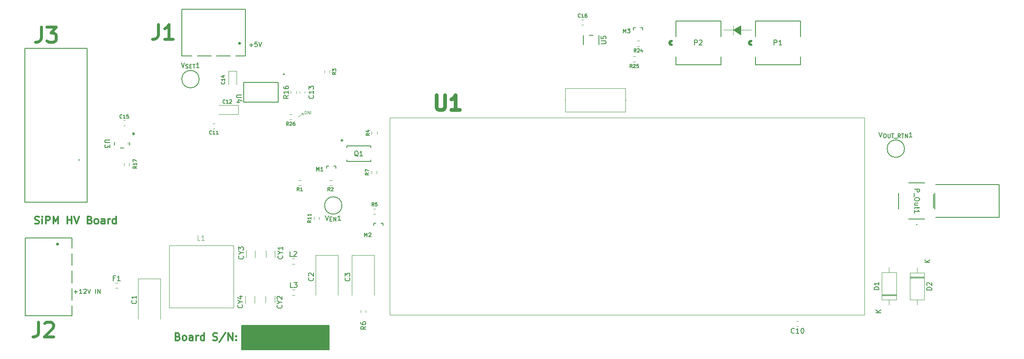
<source format=gbr>
%TF.GenerationSoftware,KiCad,Pcbnew,8.0.6*%
%TF.CreationDate,2024-12-30T11:40:10-05:00*%
%TF.ProjectId,SiPM_HV_Board,5369504d-5f48-4565-9f42-6f6172642e6b,rev?*%
%TF.SameCoordinates,Original*%
%TF.FileFunction,Legend,Top*%
%TF.FilePolarity,Positive*%
%FSLAX46Y46*%
G04 Gerber Fmt 4.6, Leading zero omitted, Abs format (unit mm)*
G04 Created by KiCad (PCBNEW 8.0.6) date 2024-12-30 11:40:10*
%MOMM*%
%LPD*%
G01*
G04 APERTURE LIST*
%ADD10C,0.100000*%
%ADD11C,0.300000*%
%ADD12C,0.180000*%
%ADD13C,0.150000*%
%ADD14C,0.750000*%
%ADD15C,0.600000*%
%ADD16C,0.152400*%
%ADD17C,0.120000*%
%ADD18C,0.508000*%
%ADD19C,0.200000*%
%ADD20C,0.400000*%
G04 APERTURE END LIST*
D10*
X199911000Y-65013000D02*
X202070000Y-65013000D01*
X110900000Y-82500000D02*
X111920000Y-81790000D01*
X198387000Y-65013000D02*
X196482000Y-65013000D01*
X111890000Y-82140000D02*
X111920000Y-81790000D01*
X199911000Y-66029000D02*
X198387000Y-65013000D01*
X199911000Y-64124000D01*
X199911000Y-66029000D01*
G36*
X199911000Y-66029000D02*
G01*
X198387000Y-65013000D01*
X199911000Y-64124000D01*
X199911000Y-66029000D01*
G37*
X111920000Y-81790000D02*
X111580000Y-81710000D01*
X198387000Y-64124000D02*
X198387000Y-66029000D01*
X111920000Y-81790000D02*
X111750000Y-81750000D01*
D11*
X57937882Y-103971000D02*
X58152168Y-104042428D01*
X58152168Y-104042428D02*
X58509310Y-104042428D01*
X58509310Y-104042428D02*
X58652168Y-103971000D01*
X58652168Y-103971000D02*
X58723596Y-103899571D01*
X58723596Y-103899571D02*
X58795025Y-103756714D01*
X58795025Y-103756714D02*
X58795025Y-103613857D01*
X58795025Y-103613857D02*
X58723596Y-103471000D01*
X58723596Y-103471000D02*
X58652168Y-103399571D01*
X58652168Y-103399571D02*
X58509310Y-103328142D01*
X58509310Y-103328142D02*
X58223596Y-103256714D01*
X58223596Y-103256714D02*
X58080739Y-103185285D01*
X58080739Y-103185285D02*
X58009310Y-103113857D01*
X58009310Y-103113857D02*
X57937882Y-102971000D01*
X57937882Y-102971000D02*
X57937882Y-102828142D01*
X57937882Y-102828142D02*
X58009310Y-102685285D01*
X58009310Y-102685285D02*
X58080739Y-102613857D01*
X58080739Y-102613857D02*
X58223596Y-102542428D01*
X58223596Y-102542428D02*
X58580739Y-102542428D01*
X58580739Y-102542428D02*
X58795025Y-102613857D01*
X59437881Y-104042428D02*
X59437881Y-103042428D01*
X59437881Y-102542428D02*
X59366453Y-102613857D01*
X59366453Y-102613857D02*
X59437881Y-102685285D01*
X59437881Y-102685285D02*
X59509310Y-102613857D01*
X59509310Y-102613857D02*
X59437881Y-102542428D01*
X59437881Y-102542428D02*
X59437881Y-102685285D01*
X60152167Y-104042428D02*
X60152167Y-102542428D01*
X60152167Y-102542428D02*
X60723596Y-102542428D01*
X60723596Y-102542428D02*
X60866453Y-102613857D01*
X60866453Y-102613857D02*
X60937882Y-102685285D01*
X60937882Y-102685285D02*
X61009310Y-102828142D01*
X61009310Y-102828142D02*
X61009310Y-103042428D01*
X61009310Y-103042428D02*
X60937882Y-103185285D01*
X60937882Y-103185285D02*
X60866453Y-103256714D01*
X60866453Y-103256714D02*
X60723596Y-103328142D01*
X60723596Y-103328142D02*
X60152167Y-103328142D01*
X61652167Y-104042428D02*
X61652167Y-102542428D01*
X61652167Y-102542428D02*
X62152167Y-103613857D01*
X62152167Y-103613857D02*
X62652167Y-102542428D01*
X62652167Y-102542428D02*
X62652167Y-104042428D01*
X64509310Y-104042428D02*
X64509310Y-102542428D01*
X64509310Y-103256714D02*
X65366453Y-103256714D01*
X65366453Y-104042428D02*
X65366453Y-102542428D01*
X65866454Y-102542428D02*
X66366454Y-104042428D01*
X66366454Y-104042428D02*
X66866454Y-102542428D01*
X69009310Y-103256714D02*
X69223596Y-103328142D01*
X69223596Y-103328142D02*
X69295025Y-103399571D01*
X69295025Y-103399571D02*
X69366453Y-103542428D01*
X69366453Y-103542428D02*
X69366453Y-103756714D01*
X69366453Y-103756714D02*
X69295025Y-103899571D01*
X69295025Y-103899571D02*
X69223596Y-103971000D01*
X69223596Y-103971000D02*
X69080739Y-104042428D01*
X69080739Y-104042428D02*
X68509310Y-104042428D01*
X68509310Y-104042428D02*
X68509310Y-102542428D01*
X68509310Y-102542428D02*
X69009310Y-102542428D01*
X69009310Y-102542428D02*
X69152168Y-102613857D01*
X69152168Y-102613857D02*
X69223596Y-102685285D01*
X69223596Y-102685285D02*
X69295025Y-102828142D01*
X69295025Y-102828142D02*
X69295025Y-102971000D01*
X69295025Y-102971000D02*
X69223596Y-103113857D01*
X69223596Y-103113857D02*
X69152168Y-103185285D01*
X69152168Y-103185285D02*
X69009310Y-103256714D01*
X69009310Y-103256714D02*
X68509310Y-103256714D01*
X70223596Y-104042428D02*
X70080739Y-103971000D01*
X70080739Y-103971000D02*
X70009310Y-103899571D01*
X70009310Y-103899571D02*
X69937882Y-103756714D01*
X69937882Y-103756714D02*
X69937882Y-103328142D01*
X69937882Y-103328142D02*
X70009310Y-103185285D01*
X70009310Y-103185285D02*
X70080739Y-103113857D01*
X70080739Y-103113857D02*
X70223596Y-103042428D01*
X70223596Y-103042428D02*
X70437882Y-103042428D01*
X70437882Y-103042428D02*
X70580739Y-103113857D01*
X70580739Y-103113857D02*
X70652168Y-103185285D01*
X70652168Y-103185285D02*
X70723596Y-103328142D01*
X70723596Y-103328142D02*
X70723596Y-103756714D01*
X70723596Y-103756714D02*
X70652168Y-103899571D01*
X70652168Y-103899571D02*
X70580739Y-103971000D01*
X70580739Y-103971000D02*
X70437882Y-104042428D01*
X70437882Y-104042428D02*
X70223596Y-104042428D01*
X72009311Y-104042428D02*
X72009311Y-103256714D01*
X72009311Y-103256714D02*
X71937882Y-103113857D01*
X71937882Y-103113857D02*
X71795025Y-103042428D01*
X71795025Y-103042428D02*
X71509311Y-103042428D01*
X71509311Y-103042428D02*
X71366453Y-103113857D01*
X72009311Y-103971000D02*
X71866453Y-104042428D01*
X71866453Y-104042428D02*
X71509311Y-104042428D01*
X71509311Y-104042428D02*
X71366453Y-103971000D01*
X71366453Y-103971000D02*
X71295025Y-103828142D01*
X71295025Y-103828142D02*
X71295025Y-103685285D01*
X71295025Y-103685285D02*
X71366453Y-103542428D01*
X71366453Y-103542428D02*
X71509311Y-103471000D01*
X71509311Y-103471000D02*
X71866453Y-103471000D01*
X71866453Y-103471000D02*
X72009311Y-103399571D01*
X72723596Y-104042428D02*
X72723596Y-103042428D01*
X72723596Y-103328142D02*
X72795025Y-103185285D01*
X72795025Y-103185285D02*
X72866454Y-103113857D01*
X72866454Y-103113857D02*
X73009311Y-103042428D01*
X73009311Y-103042428D02*
X73152168Y-103042428D01*
X74295025Y-104042428D02*
X74295025Y-102542428D01*
X74295025Y-103971000D02*
X74152167Y-104042428D01*
X74152167Y-104042428D02*
X73866453Y-104042428D01*
X73866453Y-104042428D02*
X73723596Y-103971000D01*
X73723596Y-103971000D02*
X73652167Y-103899571D01*
X73652167Y-103899571D02*
X73580739Y-103756714D01*
X73580739Y-103756714D02*
X73580739Y-103328142D01*
X73580739Y-103328142D02*
X73652167Y-103185285D01*
X73652167Y-103185285D02*
X73723596Y-103113857D01*
X73723596Y-103113857D02*
X73866453Y-103042428D01*
X73866453Y-103042428D02*
X74152167Y-103042428D01*
X74152167Y-103042428D02*
X74295025Y-103113857D01*
X86714510Y-126755114D02*
X86928796Y-126826542D01*
X86928796Y-126826542D02*
X87000225Y-126897971D01*
X87000225Y-126897971D02*
X87071653Y-127040828D01*
X87071653Y-127040828D02*
X87071653Y-127255114D01*
X87071653Y-127255114D02*
X87000225Y-127397971D01*
X87000225Y-127397971D02*
X86928796Y-127469400D01*
X86928796Y-127469400D02*
X86785939Y-127540828D01*
X86785939Y-127540828D02*
X86214510Y-127540828D01*
X86214510Y-127540828D02*
X86214510Y-126040828D01*
X86214510Y-126040828D02*
X86714510Y-126040828D01*
X86714510Y-126040828D02*
X86857368Y-126112257D01*
X86857368Y-126112257D02*
X86928796Y-126183685D01*
X86928796Y-126183685D02*
X87000225Y-126326542D01*
X87000225Y-126326542D02*
X87000225Y-126469400D01*
X87000225Y-126469400D02*
X86928796Y-126612257D01*
X86928796Y-126612257D02*
X86857368Y-126683685D01*
X86857368Y-126683685D02*
X86714510Y-126755114D01*
X86714510Y-126755114D02*
X86214510Y-126755114D01*
X87928796Y-127540828D02*
X87785939Y-127469400D01*
X87785939Y-127469400D02*
X87714510Y-127397971D01*
X87714510Y-127397971D02*
X87643082Y-127255114D01*
X87643082Y-127255114D02*
X87643082Y-126826542D01*
X87643082Y-126826542D02*
X87714510Y-126683685D01*
X87714510Y-126683685D02*
X87785939Y-126612257D01*
X87785939Y-126612257D02*
X87928796Y-126540828D01*
X87928796Y-126540828D02*
X88143082Y-126540828D01*
X88143082Y-126540828D02*
X88285939Y-126612257D01*
X88285939Y-126612257D02*
X88357368Y-126683685D01*
X88357368Y-126683685D02*
X88428796Y-126826542D01*
X88428796Y-126826542D02*
X88428796Y-127255114D01*
X88428796Y-127255114D02*
X88357368Y-127397971D01*
X88357368Y-127397971D02*
X88285939Y-127469400D01*
X88285939Y-127469400D02*
X88143082Y-127540828D01*
X88143082Y-127540828D02*
X87928796Y-127540828D01*
X89714511Y-127540828D02*
X89714511Y-126755114D01*
X89714511Y-126755114D02*
X89643082Y-126612257D01*
X89643082Y-126612257D02*
X89500225Y-126540828D01*
X89500225Y-126540828D02*
X89214511Y-126540828D01*
X89214511Y-126540828D02*
X89071653Y-126612257D01*
X89714511Y-127469400D02*
X89571653Y-127540828D01*
X89571653Y-127540828D02*
X89214511Y-127540828D01*
X89214511Y-127540828D02*
X89071653Y-127469400D01*
X89071653Y-127469400D02*
X89000225Y-127326542D01*
X89000225Y-127326542D02*
X89000225Y-127183685D01*
X89000225Y-127183685D02*
X89071653Y-127040828D01*
X89071653Y-127040828D02*
X89214511Y-126969400D01*
X89214511Y-126969400D02*
X89571653Y-126969400D01*
X89571653Y-126969400D02*
X89714511Y-126897971D01*
X90428796Y-127540828D02*
X90428796Y-126540828D01*
X90428796Y-126826542D02*
X90500225Y-126683685D01*
X90500225Y-126683685D02*
X90571654Y-126612257D01*
X90571654Y-126612257D02*
X90714511Y-126540828D01*
X90714511Y-126540828D02*
X90857368Y-126540828D01*
X92000225Y-127540828D02*
X92000225Y-126040828D01*
X92000225Y-127469400D02*
X91857367Y-127540828D01*
X91857367Y-127540828D02*
X91571653Y-127540828D01*
X91571653Y-127540828D02*
X91428796Y-127469400D01*
X91428796Y-127469400D02*
X91357367Y-127397971D01*
X91357367Y-127397971D02*
X91285939Y-127255114D01*
X91285939Y-127255114D02*
X91285939Y-126826542D01*
X91285939Y-126826542D02*
X91357367Y-126683685D01*
X91357367Y-126683685D02*
X91428796Y-126612257D01*
X91428796Y-126612257D02*
X91571653Y-126540828D01*
X91571653Y-126540828D02*
X91857367Y-126540828D01*
X91857367Y-126540828D02*
X92000225Y-126612257D01*
X93785939Y-127469400D02*
X94000225Y-127540828D01*
X94000225Y-127540828D02*
X94357367Y-127540828D01*
X94357367Y-127540828D02*
X94500225Y-127469400D01*
X94500225Y-127469400D02*
X94571653Y-127397971D01*
X94571653Y-127397971D02*
X94643082Y-127255114D01*
X94643082Y-127255114D02*
X94643082Y-127112257D01*
X94643082Y-127112257D02*
X94571653Y-126969400D01*
X94571653Y-126969400D02*
X94500225Y-126897971D01*
X94500225Y-126897971D02*
X94357367Y-126826542D01*
X94357367Y-126826542D02*
X94071653Y-126755114D01*
X94071653Y-126755114D02*
X93928796Y-126683685D01*
X93928796Y-126683685D02*
X93857367Y-126612257D01*
X93857367Y-126612257D02*
X93785939Y-126469400D01*
X93785939Y-126469400D02*
X93785939Y-126326542D01*
X93785939Y-126326542D02*
X93857367Y-126183685D01*
X93857367Y-126183685D02*
X93928796Y-126112257D01*
X93928796Y-126112257D02*
X94071653Y-126040828D01*
X94071653Y-126040828D02*
X94428796Y-126040828D01*
X94428796Y-126040828D02*
X94643082Y-126112257D01*
X96357367Y-125969400D02*
X95071653Y-127897971D01*
X96857367Y-127540828D02*
X96857367Y-126040828D01*
X96857367Y-126040828D02*
X97714510Y-127540828D01*
X97714510Y-127540828D02*
X97714510Y-126040828D01*
X98428796Y-127397971D02*
X98500225Y-127469400D01*
X98500225Y-127469400D02*
X98428796Y-127540828D01*
X98428796Y-127540828D02*
X98357368Y-127469400D01*
X98357368Y-127469400D02*
X98428796Y-127397971D01*
X98428796Y-127397971D02*
X98428796Y-127540828D01*
X98428796Y-126612257D02*
X98500225Y-126683685D01*
X98500225Y-126683685D02*
X98428796Y-126755114D01*
X98428796Y-126755114D02*
X98357368Y-126683685D01*
X98357368Y-126683685D02*
X98428796Y-126612257D01*
X98428796Y-126612257D02*
X98428796Y-126755114D01*
D12*
X101122706Y-67997640D02*
X101808421Y-67997640D01*
X101465563Y-68340497D02*
X101465563Y-67654782D01*
X102665564Y-67440497D02*
X102236992Y-67440497D01*
X102236992Y-67440497D02*
X102194135Y-67869068D01*
X102194135Y-67869068D02*
X102236992Y-67826211D01*
X102236992Y-67826211D02*
X102322707Y-67783354D01*
X102322707Y-67783354D02*
X102536992Y-67783354D01*
X102536992Y-67783354D02*
X102622707Y-67826211D01*
X102622707Y-67826211D02*
X102665564Y-67869068D01*
X102665564Y-67869068D02*
X102708421Y-67954782D01*
X102708421Y-67954782D02*
X102708421Y-68169068D01*
X102708421Y-68169068D02*
X102665564Y-68254782D01*
X102665564Y-68254782D02*
X102622707Y-68297640D01*
X102622707Y-68297640D02*
X102536992Y-68340497D01*
X102536992Y-68340497D02*
X102322707Y-68340497D01*
X102322707Y-68340497D02*
X102236992Y-68297640D01*
X102236992Y-68297640D02*
X102194135Y-68254782D01*
X102965564Y-67440497D02*
X103265564Y-68340497D01*
X103265564Y-68340497D02*
X103565564Y-67440497D01*
D10*
X112218646Y-81921371D02*
X112218646Y-81321371D01*
X112218646Y-81321371D02*
X112361503Y-81321371D01*
X112361503Y-81321371D02*
X112447217Y-81349942D01*
X112447217Y-81349942D02*
X112504360Y-81407085D01*
X112504360Y-81407085D02*
X112532931Y-81464228D01*
X112532931Y-81464228D02*
X112561503Y-81578514D01*
X112561503Y-81578514D02*
X112561503Y-81664228D01*
X112561503Y-81664228D02*
X112532931Y-81778514D01*
X112532931Y-81778514D02*
X112504360Y-81835657D01*
X112504360Y-81835657D02*
X112447217Y-81892800D01*
X112447217Y-81892800D02*
X112361503Y-81921371D01*
X112361503Y-81921371D02*
X112218646Y-81921371D01*
X112818646Y-81921371D02*
X112818646Y-81321371D01*
X112818646Y-81321371D02*
X113161503Y-81921371D01*
X113161503Y-81921371D02*
X113161503Y-81321371D01*
X113447217Y-81921371D02*
X113447217Y-81321371D01*
D12*
X65865714Y-117747640D02*
X66551429Y-117747640D01*
X66208571Y-118090497D02*
X66208571Y-117404782D01*
X67451429Y-118090497D02*
X66937143Y-118090497D01*
X67194286Y-118090497D02*
X67194286Y-117190497D01*
X67194286Y-117190497D02*
X67108572Y-117319068D01*
X67108572Y-117319068D02*
X67022857Y-117404782D01*
X67022857Y-117404782D02*
X66937143Y-117447640D01*
X67794286Y-117276211D02*
X67837143Y-117233354D01*
X67837143Y-117233354D02*
X67922858Y-117190497D01*
X67922858Y-117190497D02*
X68137143Y-117190497D01*
X68137143Y-117190497D02*
X68222858Y-117233354D01*
X68222858Y-117233354D02*
X68265715Y-117276211D01*
X68265715Y-117276211D02*
X68308572Y-117361925D01*
X68308572Y-117361925D02*
X68308572Y-117447640D01*
X68308572Y-117447640D02*
X68265715Y-117576211D01*
X68265715Y-117576211D02*
X67751429Y-118090497D01*
X67751429Y-118090497D02*
X68308572Y-118090497D01*
X68565715Y-117190497D02*
X68865715Y-118090497D01*
X68865715Y-118090497D02*
X69165715Y-117190497D01*
X70151429Y-118090497D02*
X70151429Y-117190497D01*
X70580000Y-118090497D02*
X70580000Y-117190497D01*
X70580000Y-117190497D02*
X71094286Y-118090497D01*
X71094286Y-118090497D02*
X71094286Y-117190497D01*
D13*
X234908180Y-97049047D02*
X235908180Y-97049047D01*
X235908180Y-97049047D02*
X235908180Y-97429999D01*
X235908180Y-97429999D02*
X235860561Y-97525237D01*
X235860561Y-97525237D02*
X235812942Y-97572856D01*
X235812942Y-97572856D02*
X235717704Y-97620475D01*
X235717704Y-97620475D02*
X235574847Y-97620475D01*
X235574847Y-97620475D02*
X235479609Y-97572856D01*
X235479609Y-97572856D02*
X235431990Y-97525237D01*
X235431990Y-97525237D02*
X235384371Y-97429999D01*
X235384371Y-97429999D02*
X235384371Y-97049047D01*
X234812942Y-97810952D02*
X234812942Y-98572856D01*
X235908180Y-99001428D02*
X235908180Y-99191904D01*
X235908180Y-99191904D02*
X235860561Y-99287142D01*
X235860561Y-99287142D02*
X235765323Y-99382380D01*
X235765323Y-99382380D02*
X235574847Y-99429999D01*
X235574847Y-99429999D02*
X235241514Y-99429999D01*
X235241514Y-99429999D02*
X235051038Y-99382380D01*
X235051038Y-99382380D02*
X234955800Y-99287142D01*
X234955800Y-99287142D02*
X234908180Y-99191904D01*
X234908180Y-99191904D02*
X234908180Y-99001428D01*
X234908180Y-99001428D02*
X234955800Y-98906190D01*
X234955800Y-98906190D02*
X235051038Y-98810952D01*
X235051038Y-98810952D02*
X235241514Y-98763333D01*
X235241514Y-98763333D02*
X235574847Y-98763333D01*
X235574847Y-98763333D02*
X235765323Y-98810952D01*
X235765323Y-98810952D02*
X235860561Y-98906190D01*
X235860561Y-98906190D02*
X235908180Y-99001428D01*
X235574847Y-100287142D02*
X234908180Y-100287142D01*
X235574847Y-99858571D02*
X235051038Y-99858571D01*
X235051038Y-99858571D02*
X234955800Y-99906190D01*
X234955800Y-99906190D02*
X234908180Y-100001428D01*
X234908180Y-100001428D02*
X234908180Y-100144285D01*
X234908180Y-100144285D02*
X234955800Y-100239523D01*
X234955800Y-100239523D02*
X235003419Y-100287142D01*
X235574847Y-100620476D02*
X235574847Y-101001428D01*
X235908180Y-100763333D02*
X235051038Y-100763333D01*
X235051038Y-100763333D02*
X234955800Y-100810952D01*
X234955800Y-100810952D02*
X234908180Y-100906190D01*
X234908180Y-100906190D02*
X234908180Y-101001428D01*
X234908180Y-101858571D02*
X234908180Y-101287143D01*
X234908180Y-101572857D02*
X235908180Y-101572857D01*
X235908180Y-101572857D02*
X235765323Y-101477619D01*
X235765323Y-101477619D02*
X235670085Y-101382381D01*
X235670085Y-101382381D02*
X235622466Y-101287143D01*
X178079999Y-72606033D02*
X177846666Y-72272700D01*
X177679999Y-72606033D02*
X177679999Y-71906033D01*
X177679999Y-71906033D02*
X177946666Y-71906033D01*
X177946666Y-71906033D02*
X178013333Y-71939366D01*
X178013333Y-71939366D02*
X178046666Y-71972700D01*
X178046666Y-71972700D02*
X178079999Y-72039366D01*
X178079999Y-72039366D02*
X178079999Y-72139366D01*
X178079999Y-72139366D02*
X178046666Y-72206033D01*
X178046666Y-72206033D02*
X178013333Y-72239366D01*
X178013333Y-72239366D02*
X177946666Y-72272700D01*
X177946666Y-72272700D02*
X177679999Y-72272700D01*
X178346666Y-71972700D02*
X178379999Y-71939366D01*
X178379999Y-71939366D02*
X178446666Y-71906033D01*
X178446666Y-71906033D02*
X178613333Y-71906033D01*
X178613333Y-71906033D02*
X178679999Y-71939366D01*
X178679999Y-71939366D02*
X178713333Y-71972700D01*
X178713333Y-71972700D02*
X178746666Y-72039366D01*
X178746666Y-72039366D02*
X178746666Y-72106033D01*
X178746666Y-72106033D02*
X178713333Y-72206033D01*
X178713333Y-72206033D02*
X178313333Y-72606033D01*
X178313333Y-72606033D02*
X178746666Y-72606033D01*
X179380000Y-71906033D02*
X179046666Y-71906033D01*
X179046666Y-71906033D02*
X179013333Y-72239366D01*
X179013333Y-72239366D02*
X179046666Y-72206033D01*
X179046666Y-72206033D02*
X179113333Y-72172700D01*
X179113333Y-72172700D02*
X179280000Y-72172700D01*
X179280000Y-72172700D02*
X179346666Y-72206033D01*
X179346666Y-72206033D02*
X179380000Y-72239366D01*
X179380000Y-72239366D02*
X179413333Y-72306033D01*
X179413333Y-72306033D02*
X179413333Y-72472700D01*
X179413333Y-72472700D02*
X179380000Y-72539366D01*
X179380000Y-72539366D02*
X179346666Y-72572700D01*
X179346666Y-72572700D02*
X179280000Y-72606033D01*
X179280000Y-72606033D02*
X179113333Y-72606033D01*
X179113333Y-72606033D02*
X179046666Y-72572700D01*
X179046666Y-72572700D02*
X179013333Y-72539366D01*
X210717142Y-125984580D02*
X210669523Y-126032200D01*
X210669523Y-126032200D02*
X210526666Y-126079819D01*
X210526666Y-126079819D02*
X210431428Y-126079819D01*
X210431428Y-126079819D02*
X210288571Y-126032200D01*
X210288571Y-126032200D02*
X210193333Y-125936961D01*
X210193333Y-125936961D02*
X210145714Y-125841723D01*
X210145714Y-125841723D02*
X210098095Y-125651247D01*
X210098095Y-125651247D02*
X210098095Y-125508390D01*
X210098095Y-125508390D02*
X210145714Y-125317914D01*
X210145714Y-125317914D02*
X210193333Y-125222676D01*
X210193333Y-125222676D02*
X210288571Y-125127438D01*
X210288571Y-125127438D02*
X210431428Y-125079819D01*
X210431428Y-125079819D02*
X210526666Y-125079819D01*
X210526666Y-125079819D02*
X210669523Y-125127438D01*
X210669523Y-125127438D02*
X210717142Y-125175057D01*
X211669523Y-126079819D02*
X211098095Y-126079819D01*
X211383809Y-126079819D02*
X211383809Y-125079819D01*
X211383809Y-125079819D02*
X211288571Y-125222676D01*
X211288571Y-125222676D02*
X211193333Y-125317914D01*
X211193333Y-125317914D02*
X211098095Y-125365533D01*
X212288571Y-125079819D02*
X212383809Y-125079819D01*
X212383809Y-125079819D02*
X212479047Y-125127438D01*
X212479047Y-125127438D02*
X212526666Y-125175057D01*
X212526666Y-125175057D02*
X212574285Y-125270295D01*
X212574285Y-125270295D02*
X212621904Y-125460771D01*
X212621904Y-125460771D02*
X212621904Y-125698866D01*
X212621904Y-125698866D02*
X212574285Y-125889342D01*
X212574285Y-125889342D02*
X212526666Y-125984580D01*
X212526666Y-125984580D02*
X212479047Y-126032200D01*
X212479047Y-126032200D02*
X212383809Y-126079819D01*
X212383809Y-126079819D02*
X212288571Y-126079819D01*
X212288571Y-126079819D02*
X212193333Y-126032200D01*
X212193333Y-126032200D02*
X212145714Y-125984580D01*
X212145714Y-125984580D02*
X212098095Y-125889342D01*
X212098095Y-125889342D02*
X212050476Y-125698866D01*
X212050476Y-125698866D02*
X212050476Y-125460771D01*
X212050476Y-125460771D02*
X212098095Y-125270295D01*
X212098095Y-125270295D02*
X212145714Y-125175057D01*
X212145714Y-125175057D02*
X212193333Y-125127438D01*
X212193333Y-125127438D02*
X212288571Y-125079819D01*
X93519999Y-85939366D02*
X93486666Y-85972700D01*
X93486666Y-85972700D02*
X93386666Y-86006033D01*
X93386666Y-86006033D02*
X93319999Y-86006033D01*
X93319999Y-86006033D02*
X93219999Y-85972700D01*
X93219999Y-85972700D02*
X93153333Y-85906033D01*
X93153333Y-85906033D02*
X93119999Y-85839366D01*
X93119999Y-85839366D02*
X93086666Y-85706033D01*
X93086666Y-85706033D02*
X93086666Y-85606033D01*
X93086666Y-85606033D02*
X93119999Y-85472700D01*
X93119999Y-85472700D02*
X93153333Y-85406033D01*
X93153333Y-85406033D02*
X93219999Y-85339366D01*
X93219999Y-85339366D02*
X93319999Y-85306033D01*
X93319999Y-85306033D02*
X93386666Y-85306033D01*
X93386666Y-85306033D02*
X93486666Y-85339366D01*
X93486666Y-85339366D02*
X93519999Y-85372700D01*
X94186666Y-86006033D02*
X93786666Y-86006033D01*
X93986666Y-86006033D02*
X93986666Y-85306033D01*
X93986666Y-85306033D02*
X93919999Y-85406033D01*
X93919999Y-85406033D02*
X93853333Y-85472700D01*
X93853333Y-85472700D02*
X93786666Y-85506033D01*
X94853333Y-86006033D02*
X94453333Y-86006033D01*
X94653333Y-86006033D02*
X94653333Y-85306033D01*
X94653333Y-85306033D02*
X94586666Y-85406033D01*
X94586666Y-85406033D02*
X94520000Y-85472700D01*
X94520000Y-85472700D02*
X94453333Y-85506033D01*
X124494819Y-124716666D02*
X124018628Y-125049999D01*
X124494819Y-125288094D02*
X123494819Y-125288094D01*
X123494819Y-125288094D02*
X123494819Y-124907142D01*
X123494819Y-124907142D02*
X123542438Y-124811904D01*
X123542438Y-124811904D02*
X123590057Y-124764285D01*
X123590057Y-124764285D02*
X123685295Y-124716666D01*
X123685295Y-124716666D02*
X123828152Y-124716666D01*
X123828152Y-124716666D02*
X123923390Y-124764285D01*
X123923390Y-124764285D02*
X123971009Y-124811904D01*
X123971009Y-124811904D02*
X124018628Y-124907142D01*
X124018628Y-124907142D02*
X124018628Y-125288094D01*
X123494819Y-123859523D02*
X123494819Y-124049999D01*
X123494819Y-124049999D02*
X123542438Y-124145237D01*
X123542438Y-124145237D02*
X123590057Y-124192856D01*
X123590057Y-124192856D02*
X123732914Y-124288094D01*
X123732914Y-124288094D02*
X123923390Y-124335713D01*
X123923390Y-124335713D02*
X124304342Y-124335713D01*
X124304342Y-124335713D02*
X124399580Y-124288094D01*
X124399580Y-124288094D02*
X124447200Y-124240475D01*
X124447200Y-124240475D02*
X124494819Y-124145237D01*
X124494819Y-124145237D02*
X124494819Y-123954761D01*
X124494819Y-123954761D02*
X124447200Y-123859523D01*
X124447200Y-123859523D02*
X124399580Y-123811904D01*
X124399580Y-123811904D02*
X124304342Y-123764285D01*
X124304342Y-123764285D02*
X124066247Y-123764285D01*
X124066247Y-123764285D02*
X123971009Y-123811904D01*
X123971009Y-123811904D02*
X123923390Y-123859523D01*
X123923390Y-123859523D02*
X123875771Y-123954761D01*
X123875771Y-123954761D02*
X123875771Y-124145237D01*
X123875771Y-124145237D02*
X123923390Y-124240475D01*
X123923390Y-124240475D02*
X123971009Y-124288094D01*
X123971009Y-124288094D02*
X124066247Y-124335713D01*
X111116533Y-97409233D02*
X110883200Y-97075900D01*
X110716533Y-97409233D02*
X110716533Y-96709233D01*
X110716533Y-96709233D02*
X110983200Y-96709233D01*
X110983200Y-96709233D02*
X111049867Y-96742566D01*
X111049867Y-96742566D02*
X111083200Y-96775900D01*
X111083200Y-96775900D02*
X111116533Y-96842566D01*
X111116533Y-96842566D02*
X111116533Y-96942566D01*
X111116533Y-96942566D02*
X111083200Y-97009233D01*
X111083200Y-97009233D02*
X111049867Y-97042566D01*
X111049867Y-97042566D02*
X110983200Y-97075900D01*
X110983200Y-97075900D02*
X110716533Y-97075900D01*
X111783200Y-97409233D02*
X111383200Y-97409233D01*
X111583200Y-97409233D02*
X111583200Y-96709233D01*
X111583200Y-96709233D02*
X111516533Y-96809233D01*
X111516533Y-96809233D02*
X111449867Y-96875900D01*
X111449867Y-96875900D02*
X111383200Y-96909233D01*
X78299580Y-119496666D02*
X78347200Y-119544285D01*
X78347200Y-119544285D02*
X78394819Y-119687142D01*
X78394819Y-119687142D02*
X78394819Y-119782380D01*
X78394819Y-119782380D02*
X78347200Y-119925237D01*
X78347200Y-119925237D02*
X78251961Y-120020475D01*
X78251961Y-120020475D02*
X78156723Y-120068094D01*
X78156723Y-120068094D02*
X77966247Y-120115713D01*
X77966247Y-120115713D02*
X77823390Y-120115713D01*
X77823390Y-120115713D02*
X77632914Y-120068094D01*
X77632914Y-120068094D02*
X77537676Y-120020475D01*
X77537676Y-120020475D02*
X77442438Y-119925237D01*
X77442438Y-119925237D02*
X77394819Y-119782380D01*
X77394819Y-119782380D02*
X77394819Y-119687142D01*
X77394819Y-119687142D02*
X77442438Y-119544285D01*
X77442438Y-119544285D02*
X77490057Y-119496666D01*
X78394819Y-118544285D02*
X78394819Y-119115713D01*
X78394819Y-118829999D02*
X77394819Y-118829999D01*
X77394819Y-118829999D02*
X77537676Y-118925237D01*
X77537676Y-118925237D02*
X77632914Y-119020475D01*
X77632914Y-119020475D02*
X77680533Y-119115713D01*
X227759819Y-117313094D02*
X226759819Y-117313094D01*
X226759819Y-117313094D02*
X226759819Y-117074999D01*
X226759819Y-117074999D02*
X226807438Y-116932142D01*
X226807438Y-116932142D02*
X226902676Y-116836904D01*
X226902676Y-116836904D02*
X226997914Y-116789285D01*
X226997914Y-116789285D02*
X227188390Y-116741666D01*
X227188390Y-116741666D02*
X227331247Y-116741666D01*
X227331247Y-116741666D02*
X227521723Y-116789285D01*
X227521723Y-116789285D02*
X227616961Y-116836904D01*
X227616961Y-116836904D02*
X227712200Y-116932142D01*
X227712200Y-116932142D02*
X227759819Y-117074999D01*
X227759819Y-117074999D02*
X227759819Y-117313094D01*
X227759819Y-115789285D02*
X227759819Y-116360713D01*
X227759819Y-116074999D02*
X226759819Y-116074999D01*
X226759819Y-116074999D02*
X226902676Y-116170237D01*
X226902676Y-116170237D02*
X226997914Y-116265475D01*
X226997914Y-116265475D02*
X227045533Y-116360713D01*
X228129819Y-121916904D02*
X227129819Y-121916904D01*
X228129819Y-121345476D02*
X227558390Y-121774047D01*
X227129819Y-121345476D02*
X227701247Y-121916904D01*
X125116033Y-93776666D02*
X124782700Y-94009999D01*
X125116033Y-94176666D02*
X124416033Y-94176666D01*
X124416033Y-94176666D02*
X124416033Y-93909999D01*
X124416033Y-93909999D02*
X124449366Y-93843333D01*
X124449366Y-93843333D02*
X124482700Y-93809999D01*
X124482700Y-93809999D02*
X124549366Y-93776666D01*
X124549366Y-93776666D02*
X124649366Y-93776666D01*
X124649366Y-93776666D02*
X124716033Y-93809999D01*
X124716033Y-93809999D02*
X124749366Y-93843333D01*
X124749366Y-93843333D02*
X124782700Y-93909999D01*
X124782700Y-93909999D02*
X124782700Y-94176666D01*
X124416033Y-93543333D02*
X124416033Y-93076666D01*
X124416033Y-93076666D02*
X125116033Y-93376666D01*
X167674999Y-62399366D02*
X167641666Y-62432700D01*
X167641666Y-62432700D02*
X167541666Y-62466033D01*
X167541666Y-62466033D02*
X167474999Y-62466033D01*
X167474999Y-62466033D02*
X167374999Y-62432700D01*
X167374999Y-62432700D02*
X167308333Y-62366033D01*
X167308333Y-62366033D02*
X167274999Y-62299366D01*
X167274999Y-62299366D02*
X167241666Y-62166033D01*
X167241666Y-62166033D02*
X167241666Y-62066033D01*
X167241666Y-62066033D02*
X167274999Y-61932700D01*
X167274999Y-61932700D02*
X167308333Y-61866033D01*
X167308333Y-61866033D02*
X167374999Y-61799366D01*
X167374999Y-61799366D02*
X167474999Y-61766033D01*
X167474999Y-61766033D02*
X167541666Y-61766033D01*
X167541666Y-61766033D02*
X167641666Y-61799366D01*
X167641666Y-61799366D02*
X167674999Y-61832700D01*
X168341666Y-62466033D02*
X167941666Y-62466033D01*
X168141666Y-62466033D02*
X168141666Y-61766033D01*
X168141666Y-61766033D02*
X168074999Y-61866033D01*
X168074999Y-61866033D02*
X168008333Y-61932700D01*
X168008333Y-61932700D02*
X167941666Y-61966033D01*
X168941666Y-61766033D02*
X168808333Y-61766033D01*
X168808333Y-61766033D02*
X168741666Y-61799366D01*
X168741666Y-61799366D02*
X168708333Y-61832700D01*
X168708333Y-61832700D02*
X168641666Y-61932700D01*
X168641666Y-61932700D02*
X168608333Y-62066033D01*
X168608333Y-62066033D02*
X168608333Y-62332700D01*
X168608333Y-62332700D02*
X168641666Y-62399366D01*
X168641666Y-62399366D02*
X168675000Y-62432700D01*
X168675000Y-62432700D02*
X168741666Y-62466033D01*
X168741666Y-62466033D02*
X168875000Y-62466033D01*
X168875000Y-62466033D02*
X168941666Y-62432700D01*
X168941666Y-62432700D02*
X168975000Y-62399366D01*
X168975000Y-62399366D02*
X169008333Y-62332700D01*
X169008333Y-62332700D02*
X169008333Y-62166033D01*
X169008333Y-62166033D02*
X168975000Y-62099366D01*
X168975000Y-62099366D02*
X168941666Y-62066033D01*
X168941666Y-62066033D02*
X168875000Y-62032700D01*
X168875000Y-62032700D02*
X168741666Y-62032700D01*
X168741666Y-62032700D02*
X168675000Y-62066033D01*
X168675000Y-62066033D02*
X168641666Y-62099366D01*
X168641666Y-62099366D02*
X168608333Y-62166033D01*
X87392857Y-71604819D02*
X87726190Y-72604819D01*
X87726190Y-72604819D02*
X88059523Y-71604819D01*
X88307142Y-72677200D02*
X88421428Y-72715295D01*
X88421428Y-72715295D02*
X88611904Y-72715295D01*
X88611904Y-72715295D02*
X88688095Y-72677200D01*
X88688095Y-72677200D02*
X88726190Y-72639104D01*
X88726190Y-72639104D02*
X88764285Y-72562914D01*
X88764285Y-72562914D02*
X88764285Y-72486723D01*
X88764285Y-72486723D02*
X88726190Y-72410533D01*
X88726190Y-72410533D02*
X88688095Y-72372438D01*
X88688095Y-72372438D02*
X88611904Y-72334342D01*
X88611904Y-72334342D02*
X88459523Y-72296247D01*
X88459523Y-72296247D02*
X88383333Y-72258152D01*
X88383333Y-72258152D02*
X88345238Y-72220057D01*
X88345238Y-72220057D02*
X88307142Y-72143866D01*
X88307142Y-72143866D02*
X88307142Y-72067676D01*
X88307142Y-72067676D02*
X88345238Y-71991485D01*
X88345238Y-71991485D02*
X88383333Y-71953390D01*
X88383333Y-71953390D02*
X88459523Y-71915295D01*
X88459523Y-71915295D02*
X88650000Y-71915295D01*
X88650000Y-71915295D02*
X88764285Y-71953390D01*
X89107143Y-72296247D02*
X89373809Y-72296247D01*
X89488095Y-72715295D02*
X89107143Y-72715295D01*
X89107143Y-72715295D02*
X89107143Y-71915295D01*
X89107143Y-71915295D02*
X89488095Y-71915295D01*
X89716667Y-71915295D02*
X90173810Y-71915295D01*
X89945238Y-72715295D02*
X89945238Y-71915295D01*
X91011905Y-72604819D02*
X90440477Y-72604819D01*
X90726191Y-72604819D02*
X90726191Y-71604819D01*
X90726191Y-71604819D02*
X90630953Y-71747676D01*
X90630953Y-71747676D02*
X90535715Y-71842914D01*
X90535715Y-71842914D02*
X90440477Y-71890533D01*
X121229580Y-114926666D02*
X121277200Y-114974285D01*
X121277200Y-114974285D02*
X121324819Y-115117142D01*
X121324819Y-115117142D02*
X121324819Y-115212380D01*
X121324819Y-115212380D02*
X121277200Y-115355237D01*
X121277200Y-115355237D02*
X121181961Y-115450475D01*
X121181961Y-115450475D02*
X121086723Y-115498094D01*
X121086723Y-115498094D02*
X120896247Y-115545713D01*
X120896247Y-115545713D02*
X120753390Y-115545713D01*
X120753390Y-115545713D02*
X120562914Y-115498094D01*
X120562914Y-115498094D02*
X120467676Y-115450475D01*
X120467676Y-115450475D02*
X120372438Y-115355237D01*
X120372438Y-115355237D02*
X120324819Y-115212380D01*
X120324819Y-115212380D02*
X120324819Y-115117142D01*
X120324819Y-115117142D02*
X120372438Y-114974285D01*
X120372438Y-114974285D02*
X120420057Y-114926666D01*
X120324819Y-114593332D02*
X120324819Y-113974285D01*
X120324819Y-113974285D02*
X120705771Y-114307618D01*
X120705771Y-114307618D02*
X120705771Y-114164761D01*
X120705771Y-114164761D02*
X120753390Y-114069523D01*
X120753390Y-114069523D02*
X120801009Y-114021904D01*
X120801009Y-114021904D02*
X120896247Y-113974285D01*
X120896247Y-113974285D02*
X121134342Y-113974285D01*
X121134342Y-113974285D02*
X121229580Y-114021904D01*
X121229580Y-114021904D02*
X121277200Y-114069523D01*
X121277200Y-114069523D02*
X121324819Y-114164761D01*
X121324819Y-114164761D02*
X121324819Y-114450475D01*
X121324819Y-114450475D02*
X121277200Y-114545713D01*
X121277200Y-114545713D02*
X121229580Y-114593332D01*
X118491033Y-73511666D02*
X118157700Y-73744999D01*
X118491033Y-73911666D02*
X117791033Y-73911666D01*
X117791033Y-73911666D02*
X117791033Y-73644999D01*
X117791033Y-73644999D02*
X117824366Y-73578333D01*
X117824366Y-73578333D02*
X117857700Y-73544999D01*
X117857700Y-73544999D02*
X117924366Y-73511666D01*
X117924366Y-73511666D02*
X118024366Y-73511666D01*
X118024366Y-73511666D02*
X118091033Y-73544999D01*
X118091033Y-73544999D02*
X118124366Y-73578333D01*
X118124366Y-73578333D02*
X118157700Y-73644999D01*
X118157700Y-73644999D02*
X118157700Y-73911666D01*
X117791033Y-73278333D02*
X117791033Y-72844999D01*
X117791033Y-72844999D02*
X118057700Y-73078333D01*
X118057700Y-73078333D02*
X118057700Y-72978333D01*
X118057700Y-72978333D02*
X118091033Y-72911666D01*
X118091033Y-72911666D02*
X118124366Y-72878333D01*
X118124366Y-72878333D02*
X118191033Y-72844999D01*
X118191033Y-72844999D02*
X118357700Y-72844999D01*
X118357700Y-72844999D02*
X118424366Y-72878333D01*
X118424366Y-72878333D02*
X118457700Y-72911666D01*
X118457700Y-72911666D02*
X118491033Y-72978333D01*
X118491033Y-72978333D02*
X118491033Y-73178333D01*
X118491033Y-73178333D02*
X118457700Y-73244999D01*
X118457700Y-73244999D02*
X118424366Y-73278333D01*
X107579580Y-120445238D02*
X107627200Y-120492857D01*
X107627200Y-120492857D02*
X107674819Y-120635714D01*
X107674819Y-120635714D02*
X107674819Y-120730952D01*
X107674819Y-120730952D02*
X107627200Y-120873809D01*
X107627200Y-120873809D02*
X107531961Y-120969047D01*
X107531961Y-120969047D02*
X107436723Y-121016666D01*
X107436723Y-121016666D02*
X107246247Y-121064285D01*
X107246247Y-121064285D02*
X107103390Y-121064285D01*
X107103390Y-121064285D02*
X106912914Y-121016666D01*
X106912914Y-121016666D02*
X106817676Y-120969047D01*
X106817676Y-120969047D02*
X106722438Y-120873809D01*
X106722438Y-120873809D02*
X106674819Y-120730952D01*
X106674819Y-120730952D02*
X106674819Y-120635714D01*
X106674819Y-120635714D02*
X106722438Y-120492857D01*
X106722438Y-120492857D02*
X106770057Y-120445238D01*
X107198628Y-119826190D02*
X107674819Y-119826190D01*
X106674819Y-120159523D02*
X107198628Y-119826190D01*
X107198628Y-119826190D02*
X106674819Y-119492857D01*
X106770057Y-119207142D02*
X106722438Y-119159523D01*
X106722438Y-119159523D02*
X106674819Y-119064285D01*
X106674819Y-119064285D02*
X106674819Y-118826190D01*
X106674819Y-118826190D02*
X106722438Y-118730952D01*
X106722438Y-118730952D02*
X106770057Y-118683333D01*
X106770057Y-118683333D02*
X106865295Y-118635714D01*
X106865295Y-118635714D02*
X106960533Y-118635714D01*
X106960533Y-118635714D02*
X107103390Y-118683333D01*
X107103390Y-118683333D02*
X107674819Y-119254761D01*
X107674819Y-119254761D02*
X107674819Y-118635714D01*
X227759048Y-85604819D02*
X228092381Y-86604819D01*
X228092381Y-86604819D02*
X228425714Y-85604819D01*
X228863810Y-85915295D02*
X229016191Y-85915295D01*
X229016191Y-85915295D02*
X229092381Y-85953390D01*
X229092381Y-85953390D02*
X229168572Y-86029580D01*
X229168572Y-86029580D02*
X229206667Y-86181961D01*
X229206667Y-86181961D02*
X229206667Y-86448628D01*
X229206667Y-86448628D02*
X229168572Y-86601009D01*
X229168572Y-86601009D02*
X229092381Y-86677200D01*
X229092381Y-86677200D02*
X229016191Y-86715295D01*
X229016191Y-86715295D02*
X228863810Y-86715295D01*
X228863810Y-86715295D02*
X228787619Y-86677200D01*
X228787619Y-86677200D02*
X228711429Y-86601009D01*
X228711429Y-86601009D02*
X228673333Y-86448628D01*
X228673333Y-86448628D02*
X228673333Y-86181961D01*
X228673333Y-86181961D02*
X228711429Y-86029580D01*
X228711429Y-86029580D02*
X228787619Y-85953390D01*
X228787619Y-85953390D02*
X228863810Y-85915295D01*
X229549524Y-85915295D02*
X229549524Y-86562914D01*
X229549524Y-86562914D02*
X229587619Y-86639104D01*
X229587619Y-86639104D02*
X229625714Y-86677200D01*
X229625714Y-86677200D02*
X229701905Y-86715295D01*
X229701905Y-86715295D02*
X229854286Y-86715295D01*
X229854286Y-86715295D02*
X229930476Y-86677200D01*
X229930476Y-86677200D02*
X229968571Y-86639104D01*
X229968571Y-86639104D02*
X230006667Y-86562914D01*
X230006667Y-86562914D02*
X230006667Y-85915295D01*
X230273333Y-85915295D02*
X230730476Y-85915295D01*
X230501904Y-86715295D02*
X230501904Y-85915295D01*
X230806667Y-86791485D02*
X231416190Y-86791485D01*
X232063810Y-86715295D02*
X231797143Y-86334342D01*
X231606667Y-86715295D02*
X231606667Y-85915295D01*
X231606667Y-85915295D02*
X231911429Y-85915295D01*
X231911429Y-85915295D02*
X231987619Y-85953390D01*
X231987619Y-85953390D02*
X232025714Y-85991485D01*
X232025714Y-85991485D02*
X232063810Y-86067676D01*
X232063810Y-86067676D02*
X232063810Y-86181961D01*
X232063810Y-86181961D02*
X232025714Y-86258152D01*
X232025714Y-86258152D02*
X231987619Y-86296247D01*
X231987619Y-86296247D02*
X231911429Y-86334342D01*
X231911429Y-86334342D02*
X231606667Y-86334342D01*
X232292381Y-85915295D02*
X232749524Y-85915295D01*
X232520952Y-86715295D02*
X232520952Y-85915295D01*
X233016191Y-86715295D02*
X233016191Y-85915295D01*
X233016191Y-85915295D02*
X233473334Y-86715295D01*
X233473334Y-86715295D02*
X233473334Y-85915295D01*
X234425714Y-86604819D02*
X233854286Y-86604819D01*
X234140000Y-86604819D02*
X234140000Y-85604819D01*
X234140000Y-85604819D02*
X234044762Y-85747676D01*
X234044762Y-85747676D02*
X233949524Y-85842914D01*
X233949524Y-85842914D02*
X233854286Y-85890533D01*
X96064766Y-75466850D02*
X96098100Y-75500183D01*
X96098100Y-75500183D02*
X96131433Y-75600183D01*
X96131433Y-75600183D02*
X96131433Y-75666850D01*
X96131433Y-75666850D02*
X96098100Y-75766850D01*
X96098100Y-75766850D02*
X96031433Y-75833517D01*
X96031433Y-75833517D02*
X95964766Y-75866850D01*
X95964766Y-75866850D02*
X95831433Y-75900183D01*
X95831433Y-75900183D02*
X95731433Y-75900183D01*
X95731433Y-75900183D02*
X95598100Y-75866850D01*
X95598100Y-75866850D02*
X95531433Y-75833517D01*
X95531433Y-75833517D02*
X95464766Y-75766850D01*
X95464766Y-75766850D02*
X95431433Y-75666850D01*
X95431433Y-75666850D02*
X95431433Y-75600183D01*
X95431433Y-75600183D02*
X95464766Y-75500183D01*
X95464766Y-75500183D02*
X95498100Y-75466850D01*
X96131433Y-74800183D02*
X96131433Y-75200183D01*
X96131433Y-75000183D02*
X95431433Y-75000183D01*
X95431433Y-75000183D02*
X95531433Y-75066850D01*
X95531433Y-75066850D02*
X95598100Y-75133517D01*
X95598100Y-75133517D02*
X95631433Y-75200183D01*
X95664766Y-74200183D02*
X96131433Y-74200183D01*
X95398100Y-74366850D02*
X95898100Y-74533516D01*
X95898100Y-74533516D02*
X95898100Y-74100183D01*
X126143333Y-100456033D02*
X125910000Y-100122700D01*
X125743333Y-100456033D02*
X125743333Y-99756033D01*
X125743333Y-99756033D02*
X126010000Y-99756033D01*
X126010000Y-99756033D02*
X126076667Y-99789366D01*
X126076667Y-99789366D02*
X126110000Y-99822700D01*
X126110000Y-99822700D02*
X126143333Y-99889366D01*
X126143333Y-99889366D02*
X126143333Y-99989366D01*
X126143333Y-99989366D02*
X126110000Y-100056033D01*
X126110000Y-100056033D02*
X126076667Y-100089366D01*
X126076667Y-100089366D02*
X126010000Y-100122700D01*
X126010000Y-100122700D02*
X125743333Y-100122700D01*
X126776667Y-99756033D02*
X126443333Y-99756033D01*
X126443333Y-99756033D02*
X126410000Y-100089366D01*
X126410000Y-100089366D02*
X126443333Y-100056033D01*
X126443333Y-100056033D02*
X126510000Y-100022700D01*
X126510000Y-100022700D02*
X126676667Y-100022700D01*
X126676667Y-100022700D02*
X126743333Y-100056033D01*
X126743333Y-100056033D02*
X126776667Y-100089366D01*
X126776667Y-100089366D02*
X126810000Y-100156033D01*
X126810000Y-100156033D02*
X126810000Y-100322700D01*
X126810000Y-100322700D02*
X126776667Y-100389366D01*
X126776667Y-100389366D02*
X126743333Y-100422700D01*
X126743333Y-100422700D02*
X126676667Y-100456033D01*
X126676667Y-100456033D02*
X126510000Y-100456033D01*
X126510000Y-100456033D02*
X126443333Y-100422700D01*
X126443333Y-100422700D02*
X126410000Y-100389366D01*
X99535580Y-78064945D02*
X98726057Y-78064945D01*
X98726057Y-78064945D02*
X98630819Y-78112564D01*
X98630819Y-78112564D02*
X98583200Y-78160183D01*
X98583200Y-78160183D02*
X98535580Y-78255421D01*
X98535580Y-78255421D02*
X98535580Y-78445897D01*
X98535580Y-78445897D02*
X98583200Y-78541135D01*
X98583200Y-78541135D02*
X98630819Y-78588754D01*
X98630819Y-78588754D02*
X98726057Y-78636373D01*
X98726057Y-78636373D02*
X99535580Y-78636373D01*
X99202247Y-79541135D02*
X98535580Y-79541135D01*
X99583200Y-79303040D02*
X98868914Y-79064945D01*
X98868914Y-79064945D02*
X98868914Y-79683992D01*
X190671905Y-68034819D02*
X190671905Y-67034819D01*
X190671905Y-67034819D02*
X191052857Y-67034819D01*
X191052857Y-67034819D02*
X191148095Y-67082438D01*
X191148095Y-67082438D02*
X191195714Y-67130057D01*
X191195714Y-67130057D02*
X191243333Y-67225295D01*
X191243333Y-67225295D02*
X191243333Y-67368152D01*
X191243333Y-67368152D02*
X191195714Y-67463390D01*
X191195714Y-67463390D02*
X191148095Y-67511009D01*
X191148095Y-67511009D02*
X191052857Y-67558628D01*
X191052857Y-67558628D02*
X190671905Y-67558628D01*
X191624286Y-67130057D02*
X191671905Y-67082438D01*
X191671905Y-67082438D02*
X191767143Y-67034819D01*
X191767143Y-67034819D02*
X192005238Y-67034819D01*
X192005238Y-67034819D02*
X192100476Y-67082438D01*
X192100476Y-67082438D02*
X192148095Y-67130057D01*
X192148095Y-67130057D02*
X192195714Y-67225295D01*
X192195714Y-67225295D02*
X192195714Y-67320533D01*
X192195714Y-67320533D02*
X192148095Y-67463390D01*
X192148095Y-67463390D02*
X191576667Y-68034819D01*
X191576667Y-68034819D02*
X192195714Y-68034819D01*
D14*
X138714285Y-78093857D02*
X138714285Y-80522428D01*
X138714285Y-80522428D02*
X138857142Y-80808142D01*
X138857142Y-80808142D02*
X139000000Y-80951000D01*
X139000000Y-80951000D02*
X139285714Y-81093857D01*
X139285714Y-81093857D02*
X139857142Y-81093857D01*
X139857142Y-81093857D02*
X140142857Y-80951000D01*
X140142857Y-80951000D02*
X140285714Y-80808142D01*
X140285714Y-80808142D02*
X140428571Y-80522428D01*
X140428571Y-80522428D02*
X140428571Y-78093857D01*
X143428571Y-81093857D02*
X141714285Y-81093857D01*
X142571428Y-81093857D02*
X142571428Y-78093857D01*
X142571428Y-78093857D02*
X142285714Y-78522428D01*
X142285714Y-78522428D02*
X141999999Y-78808142D01*
X141999999Y-78808142D02*
X141714285Y-78951000D01*
D13*
X96209999Y-79689366D02*
X96176666Y-79722700D01*
X96176666Y-79722700D02*
X96076666Y-79756033D01*
X96076666Y-79756033D02*
X96009999Y-79756033D01*
X96009999Y-79756033D02*
X95909999Y-79722700D01*
X95909999Y-79722700D02*
X95843333Y-79656033D01*
X95843333Y-79656033D02*
X95809999Y-79589366D01*
X95809999Y-79589366D02*
X95776666Y-79456033D01*
X95776666Y-79456033D02*
X95776666Y-79356033D01*
X95776666Y-79356033D02*
X95809999Y-79222700D01*
X95809999Y-79222700D02*
X95843333Y-79156033D01*
X95843333Y-79156033D02*
X95909999Y-79089366D01*
X95909999Y-79089366D02*
X96009999Y-79056033D01*
X96009999Y-79056033D02*
X96076666Y-79056033D01*
X96076666Y-79056033D02*
X96176666Y-79089366D01*
X96176666Y-79089366D02*
X96209999Y-79122700D01*
X96876666Y-79756033D02*
X96476666Y-79756033D01*
X96676666Y-79756033D02*
X96676666Y-79056033D01*
X96676666Y-79056033D02*
X96609999Y-79156033D01*
X96609999Y-79156033D02*
X96543333Y-79222700D01*
X96543333Y-79222700D02*
X96476666Y-79256033D01*
X97143333Y-79122700D02*
X97176666Y-79089366D01*
X97176666Y-79089366D02*
X97243333Y-79056033D01*
X97243333Y-79056033D02*
X97410000Y-79056033D01*
X97410000Y-79056033D02*
X97476666Y-79089366D01*
X97476666Y-79089366D02*
X97510000Y-79122700D01*
X97510000Y-79122700D02*
X97543333Y-79189366D01*
X97543333Y-79189366D02*
X97543333Y-79256033D01*
X97543333Y-79256033D02*
X97510000Y-79356033D01*
X97510000Y-79356033D02*
X97110000Y-79756033D01*
X97110000Y-79756033D02*
X97543333Y-79756033D01*
D10*
X91173333Y-107367419D02*
X90697143Y-107367419D01*
X90697143Y-107367419D02*
X90697143Y-106367419D01*
X92030476Y-107367419D02*
X91459048Y-107367419D01*
X91744762Y-107367419D02*
X91744762Y-106367419D01*
X91744762Y-106367419D02*
X91649524Y-106510276D01*
X91649524Y-106510276D02*
X91554286Y-106605514D01*
X91554286Y-106605514D02*
X91459048Y-106653133D01*
D15*
X58660000Y-123796657D02*
X58660000Y-125939514D01*
X58660000Y-125939514D02*
X58517143Y-126368085D01*
X58517143Y-126368085D02*
X58231429Y-126653800D01*
X58231429Y-126653800D02*
X57802857Y-126796657D01*
X57802857Y-126796657D02*
X57517143Y-126796657D01*
X59945714Y-124082371D02*
X60088571Y-123939514D01*
X60088571Y-123939514D02*
X60374286Y-123796657D01*
X60374286Y-123796657D02*
X61088571Y-123796657D01*
X61088571Y-123796657D02*
X61374286Y-123939514D01*
X61374286Y-123939514D02*
X61517143Y-124082371D01*
X61517143Y-124082371D02*
X61660000Y-124368085D01*
X61660000Y-124368085D02*
X61660000Y-124653800D01*
X61660000Y-124653800D02*
X61517143Y-125082371D01*
X61517143Y-125082371D02*
X59802857Y-126796657D01*
X59802857Y-126796657D02*
X61660000Y-126796657D01*
D13*
X113496033Y-103375000D02*
X113162700Y-103608333D01*
X113496033Y-103775000D02*
X112796033Y-103775000D01*
X112796033Y-103775000D02*
X112796033Y-103508333D01*
X112796033Y-103508333D02*
X112829366Y-103441667D01*
X112829366Y-103441667D02*
X112862700Y-103408333D01*
X112862700Y-103408333D02*
X112929366Y-103375000D01*
X112929366Y-103375000D02*
X113029366Y-103375000D01*
X113029366Y-103375000D02*
X113096033Y-103408333D01*
X113096033Y-103408333D02*
X113129366Y-103441667D01*
X113129366Y-103441667D02*
X113162700Y-103508333D01*
X113162700Y-103508333D02*
X113162700Y-103775000D01*
X113496033Y-102708333D02*
X113496033Y-103108333D01*
X113496033Y-102908333D02*
X112796033Y-102908333D01*
X112796033Y-102908333D02*
X112896033Y-102975000D01*
X112896033Y-102975000D02*
X112962700Y-103041667D01*
X112962700Y-103041667D02*
X112996033Y-103108333D01*
X113496033Y-102041666D02*
X113496033Y-102441666D01*
X113496033Y-102241666D02*
X112796033Y-102241666D01*
X112796033Y-102241666D02*
X112896033Y-102308333D01*
X112896033Y-102308333D02*
X112962700Y-102375000D01*
X112962700Y-102375000D02*
X112996033Y-102441666D01*
X116389524Y-102364819D02*
X116722857Y-103364819D01*
X116722857Y-103364819D02*
X117056190Y-102364819D01*
X117341905Y-103056247D02*
X117608571Y-103056247D01*
X117722857Y-103475295D02*
X117341905Y-103475295D01*
X117341905Y-103475295D02*
X117341905Y-102675295D01*
X117341905Y-102675295D02*
X117722857Y-102675295D01*
X118065715Y-103475295D02*
X118065715Y-102675295D01*
X118065715Y-102675295D02*
X118522858Y-103475295D01*
X118522858Y-103475295D02*
X118522858Y-102675295D01*
X119475238Y-103364819D02*
X118903810Y-103364819D01*
X119189524Y-103364819D02*
X119189524Y-102364819D01*
X119189524Y-102364819D02*
X119094286Y-102507676D01*
X119094286Y-102507676D02*
X118999048Y-102602914D01*
X118999048Y-102602914D02*
X118903810Y-102650533D01*
X117314133Y-97409233D02*
X117080800Y-97075900D01*
X116914133Y-97409233D02*
X116914133Y-96709233D01*
X116914133Y-96709233D02*
X117180800Y-96709233D01*
X117180800Y-96709233D02*
X117247467Y-96742566D01*
X117247467Y-96742566D02*
X117280800Y-96775900D01*
X117280800Y-96775900D02*
X117314133Y-96842566D01*
X117314133Y-96842566D02*
X117314133Y-96942566D01*
X117314133Y-96942566D02*
X117280800Y-97009233D01*
X117280800Y-97009233D02*
X117247467Y-97042566D01*
X117247467Y-97042566D02*
X117180800Y-97075900D01*
X117180800Y-97075900D02*
X116914133Y-97075900D01*
X117580800Y-96775900D02*
X117614133Y-96742566D01*
X117614133Y-96742566D02*
X117680800Y-96709233D01*
X117680800Y-96709233D02*
X117847467Y-96709233D01*
X117847467Y-96709233D02*
X117914133Y-96742566D01*
X117914133Y-96742566D02*
X117947467Y-96775900D01*
X117947467Y-96775900D02*
X117980800Y-96842566D01*
X117980800Y-96842566D02*
X117980800Y-96909233D01*
X117980800Y-96909233D02*
X117947467Y-97009233D01*
X117947467Y-97009233D02*
X117547467Y-97409233D01*
X117547467Y-97409233D02*
X117980800Y-97409233D01*
X124262380Y-106647295D02*
X124262380Y-105847295D01*
X124262380Y-105847295D02*
X124529046Y-106418723D01*
X124529046Y-106418723D02*
X124795713Y-105847295D01*
X124795713Y-105847295D02*
X124795713Y-106647295D01*
X125138570Y-105923485D02*
X125176666Y-105885390D01*
X125176666Y-105885390D02*
X125252856Y-105847295D01*
X125252856Y-105847295D02*
X125443332Y-105847295D01*
X125443332Y-105847295D02*
X125519523Y-105885390D01*
X125519523Y-105885390D02*
X125557618Y-105923485D01*
X125557618Y-105923485D02*
X125595713Y-105999676D01*
X125595713Y-105999676D02*
X125595713Y-106075866D01*
X125595713Y-106075866D02*
X125557618Y-106190152D01*
X125557618Y-106190152D02*
X125100475Y-106647295D01*
X125100475Y-106647295D02*
X125595713Y-106647295D01*
X176306381Y-65576496D02*
X176306381Y-64776496D01*
X176306381Y-64776496D02*
X176573047Y-65347924D01*
X176573047Y-65347924D02*
X176839714Y-64776496D01*
X176839714Y-64776496D02*
X176839714Y-65576496D01*
X177144476Y-64776496D02*
X177639714Y-64776496D01*
X177639714Y-64776496D02*
X177373048Y-65081258D01*
X177373048Y-65081258D02*
X177487333Y-65081258D01*
X177487333Y-65081258D02*
X177563524Y-65119353D01*
X177563524Y-65119353D02*
X177601619Y-65157448D01*
X177601619Y-65157448D02*
X177639714Y-65233639D01*
X177639714Y-65233639D02*
X177639714Y-65424115D01*
X177639714Y-65424115D02*
X177601619Y-65500305D01*
X177601619Y-65500305D02*
X177563524Y-65538401D01*
X177563524Y-65538401D02*
X177487333Y-65576496D01*
X177487333Y-65576496D02*
X177258762Y-65576496D01*
X177258762Y-65576496D02*
X177182571Y-65538401D01*
X177182571Y-65538401D02*
X177144476Y-65500305D01*
X99829580Y-110510238D02*
X99877200Y-110557857D01*
X99877200Y-110557857D02*
X99924819Y-110700714D01*
X99924819Y-110700714D02*
X99924819Y-110795952D01*
X99924819Y-110795952D02*
X99877200Y-110938809D01*
X99877200Y-110938809D02*
X99781961Y-111034047D01*
X99781961Y-111034047D02*
X99686723Y-111081666D01*
X99686723Y-111081666D02*
X99496247Y-111129285D01*
X99496247Y-111129285D02*
X99353390Y-111129285D01*
X99353390Y-111129285D02*
X99162914Y-111081666D01*
X99162914Y-111081666D02*
X99067676Y-111034047D01*
X99067676Y-111034047D02*
X98972438Y-110938809D01*
X98972438Y-110938809D02*
X98924819Y-110795952D01*
X98924819Y-110795952D02*
X98924819Y-110700714D01*
X98924819Y-110700714D02*
X98972438Y-110557857D01*
X98972438Y-110557857D02*
X99020057Y-110510238D01*
X99448628Y-109891190D02*
X99924819Y-109891190D01*
X98924819Y-110224523D02*
X99448628Y-109891190D01*
X99448628Y-109891190D02*
X98924819Y-109557857D01*
X98924819Y-109319761D02*
X98924819Y-108700714D01*
X98924819Y-108700714D02*
X99305771Y-109034047D01*
X99305771Y-109034047D02*
X99305771Y-108891190D01*
X99305771Y-108891190D02*
X99353390Y-108795952D01*
X99353390Y-108795952D02*
X99401009Y-108748333D01*
X99401009Y-108748333D02*
X99496247Y-108700714D01*
X99496247Y-108700714D02*
X99734342Y-108700714D01*
X99734342Y-108700714D02*
X99829580Y-108748333D01*
X99829580Y-108748333D02*
X99877200Y-108795952D01*
X99877200Y-108795952D02*
X99924819Y-108891190D01*
X99924819Y-108891190D02*
X99924819Y-109176904D01*
X99924819Y-109176904D02*
X99877200Y-109272142D01*
X99877200Y-109272142D02*
X99829580Y-109319761D01*
X108970219Y-78199707D02*
X108494028Y-78533040D01*
X108970219Y-78771135D02*
X107970219Y-78771135D01*
X107970219Y-78771135D02*
X107970219Y-78390183D01*
X107970219Y-78390183D02*
X108017838Y-78294945D01*
X108017838Y-78294945D02*
X108065457Y-78247326D01*
X108065457Y-78247326D02*
X108160695Y-78199707D01*
X108160695Y-78199707D02*
X108303552Y-78199707D01*
X108303552Y-78199707D02*
X108398790Y-78247326D01*
X108398790Y-78247326D02*
X108446409Y-78294945D01*
X108446409Y-78294945D02*
X108494028Y-78390183D01*
X108494028Y-78390183D02*
X108494028Y-78771135D01*
X108970219Y-77247326D02*
X108970219Y-77818754D01*
X108970219Y-77533040D02*
X107970219Y-77533040D01*
X107970219Y-77533040D02*
X108113076Y-77628278D01*
X108113076Y-77628278D02*
X108208314Y-77723516D01*
X108208314Y-77723516D02*
X108255933Y-77818754D01*
X107970219Y-76390183D02*
X107970219Y-76580659D01*
X107970219Y-76580659D02*
X108017838Y-76675897D01*
X108017838Y-76675897D02*
X108065457Y-76723516D01*
X108065457Y-76723516D02*
X108208314Y-76818754D01*
X108208314Y-76818754D02*
X108398790Y-76866373D01*
X108398790Y-76866373D02*
X108779742Y-76866373D01*
X108779742Y-76866373D02*
X108874980Y-76818754D01*
X108874980Y-76818754D02*
X108922600Y-76771135D01*
X108922600Y-76771135D02*
X108970219Y-76675897D01*
X108970219Y-76675897D02*
X108970219Y-76485421D01*
X108970219Y-76485421D02*
X108922600Y-76390183D01*
X108922600Y-76390183D02*
X108874980Y-76342564D01*
X108874980Y-76342564D02*
X108779742Y-76294945D01*
X108779742Y-76294945D02*
X108541647Y-76294945D01*
X108541647Y-76294945D02*
X108446409Y-76342564D01*
X108446409Y-76342564D02*
X108398790Y-76390183D01*
X108398790Y-76390183D02*
X108351171Y-76485421D01*
X108351171Y-76485421D02*
X108351171Y-76675897D01*
X108351171Y-76675897D02*
X108398790Y-76771135D01*
X108398790Y-76771135D02*
X108446409Y-76818754D01*
X108446409Y-76818754D02*
X108541647Y-76866373D01*
X107739580Y-110470238D02*
X107787200Y-110517857D01*
X107787200Y-110517857D02*
X107834819Y-110660714D01*
X107834819Y-110660714D02*
X107834819Y-110755952D01*
X107834819Y-110755952D02*
X107787200Y-110898809D01*
X107787200Y-110898809D02*
X107691961Y-110994047D01*
X107691961Y-110994047D02*
X107596723Y-111041666D01*
X107596723Y-111041666D02*
X107406247Y-111089285D01*
X107406247Y-111089285D02*
X107263390Y-111089285D01*
X107263390Y-111089285D02*
X107072914Y-111041666D01*
X107072914Y-111041666D02*
X106977676Y-110994047D01*
X106977676Y-110994047D02*
X106882438Y-110898809D01*
X106882438Y-110898809D02*
X106834819Y-110755952D01*
X106834819Y-110755952D02*
X106834819Y-110660714D01*
X106834819Y-110660714D02*
X106882438Y-110517857D01*
X106882438Y-110517857D02*
X106930057Y-110470238D01*
X107358628Y-109851190D02*
X107834819Y-109851190D01*
X106834819Y-110184523D02*
X107358628Y-109851190D01*
X107358628Y-109851190D02*
X106834819Y-109517857D01*
X107834819Y-108660714D02*
X107834819Y-109232142D01*
X107834819Y-108946428D02*
X106834819Y-108946428D01*
X106834819Y-108946428D02*
X106977676Y-109041666D01*
X106977676Y-109041666D02*
X107072914Y-109136904D01*
X107072914Y-109136904D02*
X107120533Y-109232142D01*
X113889580Y-114896666D02*
X113937200Y-114944285D01*
X113937200Y-114944285D02*
X113984819Y-115087142D01*
X113984819Y-115087142D02*
X113984819Y-115182380D01*
X113984819Y-115182380D02*
X113937200Y-115325237D01*
X113937200Y-115325237D02*
X113841961Y-115420475D01*
X113841961Y-115420475D02*
X113746723Y-115468094D01*
X113746723Y-115468094D02*
X113556247Y-115515713D01*
X113556247Y-115515713D02*
X113413390Y-115515713D01*
X113413390Y-115515713D02*
X113222914Y-115468094D01*
X113222914Y-115468094D02*
X113127676Y-115420475D01*
X113127676Y-115420475D02*
X113032438Y-115325237D01*
X113032438Y-115325237D02*
X112984819Y-115182380D01*
X112984819Y-115182380D02*
X112984819Y-115087142D01*
X112984819Y-115087142D02*
X113032438Y-114944285D01*
X113032438Y-114944285D02*
X113080057Y-114896666D01*
X113080057Y-114515713D02*
X113032438Y-114468094D01*
X113032438Y-114468094D02*
X112984819Y-114372856D01*
X112984819Y-114372856D02*
X112984819Y-114134761D01*
X112984819Y-114134761D02*
X113032438Y-114039523D01*
X113032438Y-114039523D02*
X113080057Y-113991904D01*
X113080057Y-113991904D02*
X113175295Y-113944285D01*
X113175295Y-113944285D02*
X113270533Y-113944285D01*
X113270533Y-113944285D02*
X113413390Y-113991904D01*
X113413390Y-113991904D02*
X113984819Y-114563332D01*
X113984819Y-114563332D02*
X113984819Y-113944285D01*
X109740833Y-110614819D02*
X109264643Y-110614819D01*
X109264643Y-110614819D02*
X109264643Y-109614819D01*
X110026548Y-109710057D02*
X110074167Y-109662438D01*
X110074167Y-109662438D02*
X110169405Y-109614819D01*
X110169405Y-109614819D02*
X110407500Y-109614819D01*
X110407500Y-109614819D02*
X110502738Y-109662438D01*
X110502738Y-109662438D02*
X110550357Y-109710057D01*
X110550357Y-109710057D02*
X110597976Y-109805295D01*
X110597976Y-109805295D02*
X110597976Y-109900533D01*
X110597976Y-109900533D02*
X110550357Y-110043390D01*
X110550357Y-110043390D02*
X109978929Y-110614819D01*
X109978929Y-110614819D02*
X110597976Y-110614819D01*
D15*
X59220000Y-64426657D02*
X59220000Y-66569514D01*
X59220000Y-66569514D02*
X59077143Y-66998085D01*
X59077143Y-66998085D02*
X58791429Y-67283800D01*
X58791429Y-67283800D02*
X58362857Y-67426657D01*
X58362857Y-67426657D02*
X58077143Y-67426657D01*
X60362857Y-64426657D02*
X62220000Y-64426657D01*
X62220000Y-64426657D02*
X61220000Y-65569514D01*
X61220000Y-65569514D02*
X61648571Y-65569514D01*
X61648571Y-65569514D02*
X61934286Y-65712371D01*
X61934286Y-65712371D02*
X62077143Y-65855228D01*
X62077143Y-65855228D02*
X62220000Y-66140942D01*
X62220000Y-66140942D02*
X62220000Y-66855228D01*
X62220000Y-66855228D02*
X62077143Y-67140942D01*
X62077143Y-67140942D02*
X61934286Y-67283800D01*
X61934286Y-67283800D02*
X61648571Y-67426657D01*
X61648571Y-67426657D02*
X60791428Y-67426657D01*
X60791428Y-67426657D02*
X60505714Y-67283800D01*
X60505714Y-67283800D02*
X60362857Y-67140942D01*
D13*
X171839819Y-67791904D02*
X172649342Y-67791904D01*
X172649342Y-67791904D02*
X172744580Y-67744285D01*
X172744580Y-67744285D02*
X172792200Y-67696666D01*
X172792200Y-67696666D02*
X172839819Y-67601428D01*
X172839819Y-67601428D02*
X172839819Y-67410952D01*
X172839819Y-67410952D02*
X172792200Y-67315714D01*
X172792200Y-67315714D02*
X172744580Y-67268095D01*
X172744580Y-67268095D02*
X172649342Y-67220476D01*
X172649342Y-67220476D02*
X171839819Y-67220476D01*
X171839819Y-66268095D02*
X171839819Y-66744285D01*
X171839819Y-66744285D02*
X172316009Y-66791904D01*
X172316009Y-66791904D02*
X172268390Y-66744285D01*
X172268390Y-66744285D02*
X172220771Y-66649047D01*
X172220771Y-66649047D02*
X172220771Y-66410952D01*
X172220771Y-66410952D02*
X172268390Y-66315714D01*
X172268390Y-66315714D02*
X172316009Y-66268095D01*
X172316009Y-66268095D02*
X172411247Y-66220476D01*
X172411247Y-66220476D02*
X172649342Y-66220476D01*
X172649342Y-66220476D02*
X172744580Y-66268095D01*
X172744580Y-66268095D02*
X172792200Y-66315714D01*
X172792200Y-66315714D02*
X172839819Y-66410952D01*
X172839819Y-66410952D02*
X172839819Y-66649047D01*
X172839819Y-66649047D02*
X172792200Y-66744285D01*
X172792200Y-66744285D02*
X172744580Y-66791904D01*
X114564581Y-93403696D02*
X114564581Y-92603696D01*
X114564581Y-92603696D02*
X114831247Y-93175124D01*
X114831247Y-93175124D02*
X115097914Y-92603696D01*
X115097914Y-92603696D02*
X115097914Y-93403696D01*
X115897914Y-93403696D02*
X115440771Y-93403696D01*
X115669343Y-93403696D02*
X115669343Y-92603696D01*
X115669343Y-92603696D02*
X115593152Y-92717981D01*
X115593152Y-92717981D02*
X115516962Y-92794172D01*
X115516962Y-92794172D02*
X115440771Y-92832267D01*
X108959999Y-84236033D02*
X108726666Y-83902700D01*
X108559999Y-84236033D02*
X108559999Y-83536033D01*
X108559999Y-83536033D02*
X108826666Y-83536033D01*
X108826666Y-83536033D02*
X108893333Y-83569366D01*
X108893333Y-83569366D02*
X108926666Y-83602700D01*
X108926666Y-83602700D02*
X108959999Y-83669366D01*
X108959999Y-83669366D02*
X108959999Y-83769366D01*
X108959999Y-83769366D02*
X108926666Y-83836033D01*
X108926666Y-83836033D02*
X108893333Y-83869366D01*
X108893333Y-83869366D02*
X108826666Y-83902700D01*
X108826666Y-83902700D02*
X108559999Y-83902700D01*
X109226666Y-83602700D02*
X109259999Y-83569366D01*
X109259999Y-83569366D02*
X109326666Y-83536033D01*
X109326666Y-83536033D02*
X109493333Y-83536033D01*
X109493333Y-83536033D02*
X109559999Y-83569366D01*
X109559999Y-83569366D02*
X109593333Y-83602700D01*
X109593333Y-83602700D02*
X109626666Y-83669366D01*
X109626666Y-83669366D02*
X109626666Y-83736033D01*
X109626666Y-83736033D02*
X109593333Y-83836033D01*
X109593333Y-83836033D02*
X109193333Y-84236033D01*
X109193333Y-84236033D02*
X109626666Y-84236033D01*
X110226666Y-83536033D02*
X110093333Y-83536033D01*
X110093333Y-83536033D02*
X110026666Y-83569366D01*
X110026666Y-83569366D02*
X109993333Y-83602700D01*
X109993333Y-83602700D02*
X109926666Y-83702700D01*
X109926666Y-83702700D02*
X109893333Y-83836033D01*
X109893333Y-83836033D02*
X109893333Y-84102700D01*
X109893333Y-84102700D02*
X109926666Y-84169366D01*
X109926666Y-84169366D02*
X109960000Y-84202700D01*
X109960000Y-84202700D02*
X110026666Y-84236033D01*
X110026666Y-84236033D02*
X110160000Y-84236033D01*
X110160000Y-84236033D02*
X110226666Y-84202700D01*
X110226666Y-84202700D02*
X110260000Y-84169366D01*
X110260000Y-84169366D02*
X110293333Y-84102700D01*
X110293333Y-84102700D02*
X110293333Y-83936033D01*
X110293333Y-83936033D02*
X110260000Y-83869366D01*
X110260000Y-83869366D02*
X110226666Y-83836033D01*
X110226666Y-83836033D02*
X110160000Y-83802700D01*
X110160000Y-83802700D02*
X110026666Y-83802700D01*
X110026666Y-83802700D02*
X109960000Y-83836033D01*
X109960000Y-83836033D02*
X109926666Y-83869366D01*
X109926666Y-83869366D02*
X109893333Y-83936033D01*
X206671905Y-68034819D02*
X206671905Y-67034819D01*
X206671905Y-67034819D02*
X207052857Y-67034819D01*
X207052857Y-67034819D02*
X207148095Y-67082438D01*
X207148095Y-67082438D02*
X207195714Y-67130057D01*
X207195714Y-67130057D02*
X207243333Y-67225295D01*
X207243333Y-67225295D02*
X207243333Y-67368152D01*
X207243333Y-67368152D02*
X207195714Y-67463390D01*
X207195714Y-67463390D02*
X207148095Y-67511009D01*
X207148095Y-67511009D02*
X207052857Y-67558628D01*
X207052857Y-67558628D02*
X206671905Y-67558628D01*
X208195714Y-68034819D02*
X207624286Y-68034819D01*
X207910000Y-68034819D02*
X207910000Y-67034819D01*
X207910000Y-67034819D02*
X207814762Y-67177676D01*
X207814762Y-67177676D02*
X207719524Y-67272914D01*
X207719524Y-67272914D02*
X207624286Y-67320533D01*
X75477199Y-82712166D02*
X75443866Y-82745500D01*
X75443866Y-82745500D02*
X75343866Y-82778833D01*
X75343866Y-82778833D02*
X75277199Y-82778833D01*
X75277199Y-82778833D02*
X75177199Y-82745500D01*
X75177199Y-82745500D02*
X75110533Y-82678833D01*
X75110533Y-82678833D02*
X75077199Y-82612166D01*
X75077199Y-82612166D02*
X75043866Y-82478833D01*
X75043866Y-82478833D02*
X75043866Y-82378833D01*
X75043866Y-82378833D02*
X75077199Y-82245500D01*
X75077199Y-82245500D02*
X75110533Y-82178833D01*
X75110533Y-82178833D02*
X75177199Y-82112166D01*
X75177199Y-82112166D02*
X75277199Y-82078833D01*
X75277199Y-82078833D02*
X75343866Y-82078833D01*
X75343866Y-82078833D02*
X75443866Y-82112166D01*
X75443866Y-82112166D02*
X75477199Y-82145500D01*
X76143866Y-82778833D02*
X75743866Y-82778833D01*
X75943866Y-82778833D02*
X75943866Y-82078833D01*
X75943866Y-82078833D02*
X75877199Y-82178833D01*
X75877199Y-82178833D02*
X75810533Y-82245500D01*
X75810533Y-82245500D02*
X75743866Y-82278833D01*
X76777200Y-82078833D02*
X76443866Y-82078833D01*
X76443866Y-82078833D02*
X76410533Y-82412166D01*
X76410533Y-82412166D02*
X76443866Y-82378833D01*
X76443866Y-82378833D02*
X76510533Y-82345500D01*
X76510533Y-82345500D02*
X76677200Y-82345500D01*
X76677200Y-82345500D02*
X76743866Y-82378833D01*
X76743866Y-82378833D02*
X76777200Y-82412166D01*
X76777200Y-82412166D02*
X76810533Y-82478833D01*
X76810533Y-82478833D02*
X76810533Y-82645500D01*
X76810533Y-82645500D02*
X76777200Y-82712166D01*
X76777200Y-82712166D02*
X76743866Y-82745500D01*
X76743866Y-82745500D02*
X76677200Y-82778833D01*
X76677200Y-82778833D02*
X76510533Y-82778833D01*
X76510533Y-82778833D02*
X76443866Y-82745500D01*
X76443866Y-82745500D02*
X76410533Y-82712166D01*
X78427633Y-92459200D02*
X78094300Y-92692533D01*
X78427633Y-92859200D02*
X77727633Y-92859200D01*
X77727633Y-92859200D02*
X77727633Y-92592533D01*
X77727633Y-92592533D02*
X77760966Y-92525867D01*
X77760966Y-92525867D02*
X77794300Y-92492533D01*
X77794300Y-92492533D02*
X77860966Y-92459200D01*
X77860966Y-92459200D02*
X77960966Y-92459200D01*
X77960966Y-92459200D02*
X78027633Y-92492533D01*
X78027633Y-92492533D02*
X78060966Y-92525867D01*
X78060966Y-92525867D02*
X78094300Y-92592533D01*
X78094300Y-92592533D02*
X78094300Y-92859200D01*
X78427633Y-91792533D02*
X78427633Y-92192533D01*
X78427633Y-91992533D02*
X77727633Y-91992533D01*
X77727633Y-91992533D02*
X77827633Y-92059200D01*
X77827633Y-92059200D02*
X77894300Y-92125867D01*
X77894300Y-92125867D02*
X77927633Y-92192533D01*
X77727633Y-91559200D02*
X77727633Y-91092533D01*
X77727633Y-91092533D02*
X78427633Y-91392533D01*
X99639580Y-120365238D02*
X99687200Y-120412857D01*
X99687200Y-120412857D02*
X99734819Y-120555714D01*
X99734819Y-120555714D02*
X99734819Y-120650952D01*
X99734819Y-120650952D02*
X99687200Y-120793809D01*
X99687200Y-120793809D02*
X99591961Y-120889047D01*
X99591961Y-120889047D02*
X99496723Y-120936666D01*
X99496723Y-120936666D02*
X99306247Y-120984285D01*
X99306247Y-120984285D02*
X99163390Y-120984285D01*
X99163390Y-120984285D02*
X98972914Y-120936666D01*
X98972914Y-120936666D02*
X98877676Y-120889047D01*
X98877676Y-120889047D02*
X98782438Y-120793809D01*
X98782438Y-120793809D02*
X98734819Y-120650952D01*
X98734819Y-120650952D02*
X98734819Y-120555714D01*
X98734819Y-120555714D02*
X98782438Y-120412857D01*
X98782438Y-120412857D02*
X98830057Y-120365238D01*
X99258628Y-119746190D02*
X99734819Y-119746190D01*
X98734819Y-120079523D02*
X99258628Y-119746190D01*
X99258628Y-119746190D02*
X98734819Y-119412857D01*
X99068152Y-118650952D02*
X99734819Y-118650952D01*
X98687200Y-118889047D02*
X99401485Y-119127142D01*
X99401485Y-119127142D02*
X99401485Y-118508095D01*
X178894999Y-69486033D02*
X178661666Y-69152700D01*
X178494999Y-69486033D02*
X178494999Y-68786033D01*
X178494999Y-68786033D02*
X178761666Y-68786033D01*
X178761666Y-68786033D02*
X178828333Y-68819366D01*
X178828333Y-68819366D02*
X178861666Y-68852700D01*
X178861666Y-68852700D02*
X178894999Y-68919366D01*
X178894999Y-68919366D02*
X178894999Y-69019366D01*
X178894999Y-69019366D02*
X178861666Y-69086033D01*
X178861666Y-69086033D02*
X178828333Y-69119366D01*
X178828333Y-69119366D02*
X178761666Y-69152700D01*
X178761666Y-69152700D02*
X178494999Y-69152700D01*
X179161666Y-68852700D02*
X179194999Y-68819366D01*
X179194999Y-68819366D02*
X179261666Y-68786033D01*
X179261666Y-68786033D02*
X179428333Y-68786033D01*
X179428333Y-68786033D02*
X179494999Y-68819366D01*
X179494999Y-68819366D02*
X179528333Y-68852700D01*
X179528333Y-68852700D02*
X179561666Y-68919366D01*
X179561666Y-68919366D02*
X179561666Y-68986033D01*
X179561666Y-68986033D02*
X179528333Y-69086033D01*
X179528333Y-69086033D02*
X179128333Y-69486033D01*
X179128333Y-69486033D02*
X179561666Y-69486033D01*
X180161666Y-69019366D02*
X180161666Y-69486033D01*
X179995000Y-68752700D02*
X179828333Y-69252700D01*
X179828333Y-69252700D02*
X180261666Y-69252700D01*
X109820833Y-116874819D02*
X109344643Y-116874819D01*
X109344643Y-116874819D02*
X109344643Y-115874819D01*
X110058929Y-115874819D02*
X110677976Y-115874819D01*
X110677976Y-115874819D02*
X110344643Y-116255771D01*
X110344643Y-116255771D02*
X110487500Y-116255771D01*
X110487500Y-116255771D02*
X110582738Y-116303390D01*
X110582738Y-116303390D02*
X110630357Y-116351009D01*
X110630357Y-116351009D02*
X110677976Y-116446247D01*
X110677976Y-116446247D02*
X110677976Y-116684342D01*
X110677976Y-116684342D02*
X110630357Y-116779580D01*
X110630357Y-116779580D02*
X110582738Y-116827200D01*
X110582738Y-116827200D02*
X110487500Y-116874819D01*
X110487500Y-116874819D02*
X110201786Y-116874819D01*
X110201786Y-116874819D02*
X110106548Y-116827200D01*
X110106548Y-116827200D02*
X110058929Y-116779580D01*
D15*
X82750400Y-63852257D02*
X82750400Y-65995114D01*
X82750400Y-65995114D02*
X82607543Y-66423685D01*
X82607543Y-66423685D02*
X82321829Y-66709400D01*
X82321829Y-66709400D02*
X81893257Y-66852257D01*
X81893257Y-66852257D02*
X81607543Y-66852257D01*
X85750400Y-66852257D02*
X84036114Y-66852257D01*
X84893257Y-66852257D02*
X84893257Y-63852257D01*
X84893257Y-63852257D02*
X84607543Y-64280828D01*
X84607543Y-64280828D02*
X84321828Y-64566542D01*
X84321828Y-64566542D02*
X84036114Y-64709400D01*
D13*
X113954980Y-78199707D02*
X114002600Y-78247326D01*
X114002600Y-78247326D02*
X114050219Y-78390183D01*
X114050219Y-78390183D02*
X114050219Y-78485421D01*
X114050219Y-78485421D02*
X114002600Y-78628278D01*
X114002600Y-78628278D02*
X113907361Y-78723516D01*
X113907361Y-78723516D02*
X113812123Y-78771135D01*
X113812123Y-78771135D02*
X113621647Y-78818754D01*
X113621647Y-78818754D02*
X113478790Y-78818754D01*
X113478790Y-78818754D02*
X113288314Y-78771135D01*
X113288314Y-78771135D02*
X113193076Y-78723516D01*
X113193076Y-78723516D02*
X113097838Y-78628278D01*
X113097838Y-78628278D02*
X113050219Y-78485421D01*
X113050219Y-78485421D02*
X113050219Y-78390183D01*
X113050219Y-78390183D02*
X113097838Y-78247326D01*
X113097838Y-78247326D02*
X113145457Y-78199707D01*
X114050219Y-77247326D02*
X114050219Y-77818754D01*
X114050219Y-77533040D02*
X113050219Y-77533040D01*
X113050219Y-77533040D02*
X113193076Y-77628278D01*
X113193076Y-77628278D02*
X113288314Y-77723516D01*
X113288314Y-77723516D02*
X113335933Y-77818754D01*
X113050219Y-76913992D02*
X113050219Y-76294945D01*
X113050219Y-76294945D02*
X113431171Y-76628278D01*
X113431171Y-76628278D02*
X113431171Y-76485421D01*
X113431171Y-76485421D02*
X113478790Y-76390183D01*
X113478790Y-76390183D02*
X113526409Y-76342564D01*
X113526409Y-76342564D02*
X113621647Y-76294945D01*
X113621647Y-76294945D02*
X113859742Y-76294945D01*
X113859742Y-76294945D02*
X113954980Y-76342564D01*
X113954980Y-76342564D02*
X114002600Y-76390183D01*
X114002600Y-76390183D02*
X114050219Y-76485421D01*
X114050219Y-76485421D02*
X114050219Y-76771135D01*
X114050219Y-76771135D02*
X114002600Y-76866373D01*
X114002600Y-76866373D02*
X113954980Y-76913992D01*
X122999761Y-90455057D02*
X122904523Y-90407438D01*
X122904523Y-90407438D02*
X122809285Y-90312200D01*
X122809285Y-90312200D02*
X122666428Y-90169342D01*
X122666428Y-90169342D02*
X122571190Y-90121723D01*
X122571190Y-90121723D02*
X122475952Y-90121723D01*
X122523571Y-90359819D02*
X122428333Y-90312200D01*
X122428333Y-90312200D02*
X122333095Y-90216961D01*
X122333095Y-90216961D02*
X122285476Y-90026485D01*
X122285476Y-90026485D02*
X122285476Y-89693152D01*
X122285476Y-89693152D02*
X122333095Y-89502676D01*
X122333095Y-89502676D02*
X122428333Y-89407438D01*
X122428333Y-89407438D02*
X122523571Y-89359819D01*
X122523571Y-89359819D02*
X122714047Y-89359819D01*
X122714047Y-89359819D02*
X122809285Y-89407438D01*
X122809285Y-89407438D02*
X122904523Y-89502676D01*
X122904523Y-89502676D02*
X122952142Y-89693152D01*
X122952142Y-89693152D02*
X122952142Y-90026485D01*
X122952142Y-90026485D02*
X122904523Y-90216961D01*
X122904523Y-90216961D02*
X122809285Y-90312200D01*
X122809285Y-90312200D02*
X122714047Y-90359819D01*
X122714047Y-90359819D02*
X122523571Y-90359819D01*
X123904523Y-90359819D02*
X123333095Y-90359819D01*
X123618809Y-90359819D02*
X123618809Y-89359819D01*
X123618809Y-89359819D02*
X123523571Y-89502676D01*
X123523571Y-89502676D02*
X123428333Y-89597914D01*
X123428333Y-89597914D02*
X123333095Y-89645533D01*
X119716800Y-87023019D02*
X119716800Y-87261114D01*
X119478705Y-87165876D02*
X119716800Y-87261114D01*
X119716800Y-87261114D02*
X119954895Y-87165876D01*
X119573943Y-87451590D02*
X119716800Y-87261114D01*
X119716800Y-87261114D02*
X119859657Y-87451590D01*
X119716800Y-87023019D02*
X119716800Y-87261114D01*
X119478705Y-87165876D02*
X119716800Y-87261114D01*
X119716800Y-87261114D02*
X119954895Y-87165876D01*
X119573943Y-87451590D02*
X119716800Y-87261114D01*
X119716800Y-87261114D02*
X119859657Y-87451590D01*
X73015180Y-87136495D02*
X72205657Y-87136495D01*
X72205657Y-87136495D02*
X72110419Y-87184114D01*
X72110419Y-87184114D02*
X72062800Y-87231733D01*
X72062800Y-87231733D02*
X72015180Y-87326971D01*
X72015180Y-87326971D02*
X72015180Y-87517447D01*
X72015180Y-87517447D02*
X72062800Y-87612685D01*
X72062800Y-87612685D02*
X72110419Y-87660304D01*
X72110419Y-87660304D02*
X72205657Y-87707923D01*
X72205657Y-87707923D02*
X73015180Y-87707923D01*
X73015180Y-88088876D02*
X73015180Y-88707923D01*
X73015180Y-88707923D02*
X72634228Y-88374590D01*
X72634228Y-88374590D02*
X72634228Y-88517447D01*
X72634228Y-88517447D02*
X72586609Y-88612685D01*
X72586609Y-88612685D02*
X72538990Y-88660304D01*
X72538990Y-88660304D02*
X72443752Y-88707923D01*
X72443752Y-88707923D02*
X72205657Y-88707923D01*
X72205657Y-88707923D02*
X72110419Y-88660304D01*
X72110419Y-88660304D02*
X72062800Y-88612685D01*
X72062800Y-88612685D02*
X72015180Y-88517447D01*
X72015180Y-88517447D02*
X72015180Y-88231733D01*
X72015180Y-88231733D02*
X72062800Y-88136495D01*
X72062800Y-88136495D02*
X72110419Y-88088876D01*
X78015180Y-85898400D02*
X77777085Y-85898400D01*
X77872323Y-85660305D02*
X77777085Y-85898400D01*
X77777085Y-85898400D02*
X77872323Y-86136495D01*
X77586609Y-85755543D02*
X77777085Y-85898400D01*
X77777085Y-85898400D02*
X77586609Y-86041257D01*
X74066666Y-114971009D02*
X73733333Y-114971009D01*
X73733333Y-115494819D02*
X73733333Y-114494819D01*
X73733333Y-114494819D02*
X74209523Y-114494819D01*
X75114285Y-115494819D02*
X74542857Y-115494819D01*
X74828571Y-115494819D02*
X74828571Y-114494819D01*
X74828571Y-114494819D02*
X74733333Y-114637676D01*
X74733333Y-114637676D02*
X74638095Y-114732914D01*
X74638095Y-114732914D02*
X74542857Y-114780533D01*
X125284033Y-85816266D02*
X124950700Y-86049599D01*
X125284033Y-86216266D02*
X124584033Y-86216266D01*
X124584033Y-86216266D02*
X124584033Y-85949599D01*
X124584033Y-85949599D02*
X124617366Y-85882933D01*
X124617366Y-85882933D02*
X124650700Y-85849599D01*
X124650700Y-85849599D02*
X124717366Y-85816266D01*
X124717366Y-85816266D02*
X124817366Y-85816266D01*
X124817366Y-85816266D02*
X124884033Y-85849599D01*
X124884033Y-85849599D02*
X124917366Y-85882933D01*
X124917366Y-85882933D02*
X124950700Y-85949599D01*
X124950700Y-85949599D02*
X124950700Y-86216266D01*
X124817366Y-85216266D02*
X125284033Y-85216266D01*
X124550700Y-85382933D02*
X125050700Y-85549599D01*
X125050700Y-85549599D02*
X125050700Y-85116266D01*
X238354819Y-117388094D02*
X237354819Y-117388094D01*
X237354819Y-117388094D02*
X237354819Y-117149999D01*
X237354819Y-117149999D02*
X237402438Y-117007142D01*
X237402438Y-117007142D02*
X237497676Y-116911904D01*
X237497676Y-116911904D02*
X237592914Y-116864285D01*
X237592914Y-116864285D02*
X237783390Y-116816666D01*
X237783390Y-116816666D02*
X237926247Y-116816666D01*
X237926247Y-116816666D02*
X238116723Y-116864285D01*
X238116723Y-116864285D02*
X238211961Y-116911904D01*
X238211961Y-116911904D02*
X238307200Y-117007142D01*
X238307200Y-117007142D02*
X238354819Y-117149999D01*
X238354819Y-117149999D02*
X238354819Y-117388094D01*
X237450057Y-116435713D02*
X237402438Y-116388094D01*
X237402438Y-116388094D02*
X237354819Y-116292856D01*
X237354819Y-116292856D02*
X237354819Y-116054761D01*
X237354819Y-116054761D02*
X237402438Y-115959523D01*
X237402438Y-115959523D02*
X237450057Y-115911904D01*
X237450057Y-115911904D02*
X237545295Y-115864285D01*
X237545295Y-115864285D02*
X237640533Y-115864285D01*
X237640533Y-115864285D02*
X237783390Y-115911904D01*
X237783390Y-115911904D02*
X238354819Y-116483332D01*
X238354819Y-116483332D02*
X238354819Y-115864285D01*
X237984819Y-111831904D02*
X236984819Y-111831904D01*
X237984819Y-111260476D02*
X237413390Y-111689047D01*
X236984819Y-111260476D02*
X237556247Y-111831904D01*
D16*
%TO.C,P_Out1*%
X236968170Y-95797800D02*
X233757830Y-95797800D01*
X251949200Y-96128000D02*
X239122084Y-96128000D01*
X231730800Y-97824830D02*
X231730800Y-101035170D01*
X238741200Y-98058002D02*
X238741200Y-100801998D01*
X238995200Y-101035170D02*
X238995200Y-97824830D01*
X251949200Y-102732000D02*
X251949200Y-96128000D01*
X239122084Y-102732000D02*
X251949200Y-102732000D01*
X233757830Y-103062200D02*
X236968170Y-103062200D01*
X235439200Y-104205200D02*
G75*
G02*
X235286800Y-104205200I-76200J0D01*
G01*
X235286800Y-104205200D02*
G75*
G02*
X235439200Y-104205200I76200J0D01*
G01*
D17*
%TO.C,R25*%
X178767258Y-70337500D02*
X178292742Y-70337500D01*
X178767258Y-71382500D02*
X178292742Y-71382500D01*
%TO.C,C10*%
X211500580Y-123685000D02*
X211219420Y-123685000D01*
X211500580Y-124705000D02*
X211219420Y-124705000D01*
%TO.C,C11*%
X93800520Y-83860000D02*
X94081680Y-83860000D01*
X93800520Y-84880000D02*
X94081680Y-84880000D01*
%TO.C,R6*%
X123467500Y-121432742D02*
X123467500Y-121907258D01*
X124512500Y-121432742D02*
X124512500Y-121907258D01*
%TO.C,R1*%
X110995942Y-95300700D02*
X111470458Y-95300700D01*
X110995942Y-96345700D02*
X111470458Y-96345700D01*
%TO.C,C1*%
X78680000Y-115140000D02*
X78680000Y-123200000D01*
X83200000Y-115140000D02*
X78680000Y-115140000D01*
X83200000Y-123200000D02*
X83200000Y-115140000D01*
%TO.C,D1*%
X228305000Y-113855000D02*
X228305000Y-119295000D01*
X228305000Y-118275000D02*
X231245000Y-118275000D01*
X228305000Y-118395000D02*
X231245000Y-118395000D01*
X228305000Y-118515000D02*
X231245000Y-118515000D01*
X228305000Y-119295000D02*
X231245000Y-119295000D01*
X229775000Y-112835000D02*
X229775000Y-113855000D01*
X229775000Y-120315000D02*
X229775000Y-119295000D01*
X231245000Y-113855000D02*
X228305000Y-113855000D01*
X231245000Y-119295000D02*
X231245000Y-113855000D01*
%TO.C,R7*%
X125707500Y-93897258D02*
X125707500Y-93422742D01*
X126752500Y-93897258D02*
X126752500Y-93422742D01*
%TO.C,C16*%
X168265580Y-62910000D02*
X167984420Y-62910000D01*
X168265580Y-63930000D02*
X167984420Y-63930000D01*
D13*
%TO.C,V_{SET}1*%
X91000000Y-74900000D02*
G75*
G02*
X87500000Y-74900000I-1750000J0D01*
G01*
X87500000Y-74900000D02*
G75*
G02*
X91000000Y-74900000I1750000J0D01*
G01*
D17*
%TO.C,C3*%
X121720000Y-110377500D02*
X121720000Y-118437500D01*
X126240000Y-110377500D02*
X121720000Y-110377500D01*
X126240000Y-118437500D02*
X126240000Y-110377500D01*
%TO.C,R3*%
X116222500Y-73157742D02*
X116222500Y-73632258D01*
X117267500Y-73157742D02*
X117267500Y-73632258D01*
%TO.C,CY2*%
X104360000Y-118538748D02*
X104360000Y-119961252D01*
X106180000Y-118538748D02*
X106180000Y-119961252D01*
D13*
%TO.C,V_{OUT_RTN}1*%
X232890000Y-88900000D02*
G75*
G02*
X229390000Y-88900000I-1750000J0D01*
G01*
X229390000Y-88900000D02*
G75*
G02*
X232890000Y-88900000I1750000J0D01*
G01*
D17*
%TO.C,C14*%
X96935400Y-73306850D02*
X96935400Y-76016850D01*
X98505400Y-73306850D02*
X96935400Y-73306850D01*
X98505400Y-76016850D02*
X98505400Y-73306850D01*
%TO.C,R5*%
X126022742Y-101047500D02*
X126497258Y-101047500D01*
X126022742Y-102092500D02*
X126497258Y-102092500D01*
D16*
%TO.C,U4*%
X99955600Y-75575650D02*
X99955600Y-79538050D01*
X99955600Y-79538050D02*
X106915200Y-79538050D01*
X106915200Y-75575650D02*
X99955600Y-75575650D01*
X106915200Y-79538050D02*
X106915200Y-75575650D01*
X108185200Y-73911950D02*
G75*
G02*
X107931200Y-73911950I-127000J0D01*
G01*
X107931200Y-73911950D02*
G75*
G02*
X108185200Y-73911950I127000J0D01*
G01*
%TO.C,P2*%
X186883001Y-63178000D02*
X186883001Y-66331125D01*
X186883001Y-70429075D02*
X186883001Y-71982000D01*
X186883001Y-71982000D02*
X195936999Y-71982000D01*
X195936999Y-63178000D02*
X186883001Y-63178000D01*
X195936999Y-66331125D02*
X195936999Y-63178000D01*
X195936999Y-71982000D02*
X195936999Y-70429075D01*
D18*
X186049160Y-67978993D02*
G75*
G02*
X186049274Y-67231830I-74760J373593D01*
G01*
%TO.C,U1*%
D10*
X129324000Y-82698000D02*
X224856000Y-82698000D01*
X224856000Y-122420000D01*
X129324000Y-122420000D01*
X129324000Y-82698000D01*
D17*
%TO.C,C12*%
X94940000Y-81995000D02*
X98850000Y-81995000D01*
X98850000Y-80125000D02*
X94940000Y-80125000D01*
X98850000Y-81995000D02*
X98850000Y-80125000D01*
%TO.C,L1*%
D10*
X84930000Y-120940000D02*
X97930000Y-120940000D01*
X97930000Y-108440000D01*
X84930000Y-108440000D01*
X84930000Y-120940000D01*
D19*
%TO.C,J2*%
X56010000Y-106930000D02*
X65410000Y-106930000D01*
X56010000Y-122530000D02*
X56010000Y-106930000D01*
X65410000Y-106930000D02*
X65410000Y-108930000D01*
X65410000Y-110030000D02*
X65410000Y-112430000D01*
X65410000Y-113530000D02*
X65410000Y-115930000D01*
X65410000Y-117030000D02*
X65410000Y-119430000D01*
X65410000Y-120530000D02*
X65410000Y-122530000D01*
X65410000Y-122530000D02*
X56010000Y-122530000D01*
D20*
X62610000Y-108130000D02*
G75*
G02*
X62410000Y-108130000I-100000J0D01*
G01*
X62410000Y-108130000D02*
G75*
G02*
X62610000Y-108130000I100000J0D01*
G01*
D17*
%TO.C,R11*%
X114087500Y-103162258D02*
X114087500Y-102687742D01*
X115132500Y-103162258D02*
X115132500Y-102687742D01*
D13*
%TO.C,V_{EN}1*%
X119730000Y-100350000D02*
G75*
G02*
X116230000Y-100350000I-1750000J0D01*
G01*
X116230000Y-100350000D02*
G75*
G02*
X119730000Y-100350000I1750000J0D01*
G01*
D17*
%TO.C,R2*%
X117244342Y-95300700D02*
X117718858Y-95300700D01*
X117244342Y-96345700D02*
X117718858Y-96345700D01*
D16*
%TO.C,M2*%
X126152999Y-103908000D02*
X126152999Y-104311655D01*
X126571859Y-103908000D02*
X126152999Y-103908000D01*
X128006999Y-103908000D02*
X127588139Y-103908000D01*
X128006999Y-104311655D02*
X128006999Y-103908000D01*
%TO.C,M3*%
X178388000Y-64548000D02*
X178388000Y-64951655D01*
X178806860Y-64548000D02*
X178388000Y-64548000D01*
X180242000Y-64548000D02*
X179823140Y-64548000D01*
X180242000Y-64951655D02*
X180242000Y-64548000D01*
D17*
%TO.C,CY3*%
X100460000Y-110826252D02*
X100460000Y-109403748D01*
X102280000Y-110826252D02*
X102280000Y-109403748D01*
%TO.C,R16*%
X109452900Y-77319592D02*
X109452900Y-77794108D01*
X110497900Y-77319592D02*
X110497900Y-77794108D01*
%TO.C,CY1*%
X104440000Y-110821252D02*
X104440000Y-109398748D01*
X106260000Y-110821252D02*
X106260000Y-109398748D01*
%TO.C,C2*%
X114440000Y-110340000D02*
X114440000Y-118400000D01*
X118960000Y-110340000D02*
X114440000Y-110340000D01*
X118960000Y-118400000D02*
X118960000Y-110340000D01*
%TO.C,L2*%
X109652776Y-111067500D02*
X110162224Y-111067500D01*
X109652776Y-112112500D02*
X110162224Y-112112500D01*
D19*
%TO.C,J3*%
X55940000Y-68690000D02*
X68460000Y-68690000D01*
X55940000Y-99690000D02*
X55940000Y-68690000D01*
X68460000Y-68690000D02*
X68460000Y-99690000D01*
X68460000Y-99690000D02*
X55940000Y-99690000D01*
X66960000Y-91190000D02*
G75*
G02*
X66760000Y-91190000I-100000J0D01*
G01*
X66760000Y-91190000D02*
G75*
G02*
X66960000Y-91190000I100000J0D01*
G01*
D16*
%TO.C,U5*%
X168270200Y-66090200D02*
X168270200Y-67969800D01*
X170233661Y-66090200D02*
X169456339Y-66090200D01*
X171419800Y-67969800D02*
X171419800Y-66090200D01*
%TO.C,M1*%
X116605400Y-92415200D02*
X116605400Y-92818855D01*
X117024260Y-92415200D02*
X116605400Y-92415200D01*
X118459400Y-92415200D02*
X118040540Y-92415200D01*
X118459400Y-92818855D02*
X118459400Y-92415200D01*
D17*
%TO.C,R26*%
X109647258Y-81967500D02*
X109172742Y-81967500D01*
X109647258Y-83012500D02*
X109172742Y-83012500D01*
D16*
%TO.C,P1*%
X202883001Y-63178000D02*
X202883001Y-66331125D01*
X202883001Y-70429075D02*
X202883001Y-71982000D01*
X202883001Y-71982000D02*
X211936999Y-71982000D01*
X211936999Y-63178000D02*
X202883001Y-63178000D01*
X211936999Y-66331125D02*
X211936999Y-63178000D01*
X211936999Y-71982000D02*
X211936999Y-70429075D01*
D18*
X202049160Y-67978993D02*
G75*
G02*
X202049274Y-67231830I-74760J373593D01*
G01*
D17*
%TO.C,C15*%
X76067780Y-83222800D02*
X75786620Y-83222800D01*
X76067780Y-84242800D02*
X75786620Y-84242800D01*
%TO.C,R17*%
X75912700Y-91822742D02*
X75912700Y-92297258D01*
X76957700Y-91822742D02*
X76957700Y-92297258D01*
%TO.C,CY4*%
X100300000Y-118568748D02*
X100300000Y-119991252D01*
X102120000Y-118568748D02*
X102120000Y-119991252D01*
%TO.C,R24*%
X179582258Y-67217500D02*
X179107742Y-67217500D01*
X179582258Y-68262500D02*
X179107742Y-68262500D01*
%TO.C,R20*%
X164540000Y-79110000D02*
X164650000Y-79110000D01*
X164650000Y-76740000D02*
X164650000Y-81480000D01*
X164650000Y-81480000D02*
X176790000Y-81480000D01*
X176790000Y-76740000D02*
X164650000Y-76740000D01*
X176790000Y-81480000D02*
X176790000Y-76740000D01*
X176900000Y-79110000D02*
X176790000Y-79110000D01*
%TO.C,L3*%
X109732776Y-117327500D02*
X110242224Y-117327500D01*
X109732776Y-118372500D02*
X110242224Y-118372500D01*
D19*
%TO.C,J1*%
X87500400Y-60795600D02*
X100320400Y-60795600D01*
X87500400Y-70195600D02*
X87500400Y-60795600D01*
X89505400Y-70195600D02*
X87500400Y-70195600D01*
X93405400Y-70195600D02*
X90605400Y-70195600D01*
X97215400Y-70195600D02*
X94415400Y-70195600D01*
X100320400Y-60795600D02*
X100320400Y-70195600D01*
X100320400Y-70195600D02*
X98315400Y-70195600D01*
D20*
X99215400Y-67695600D02*
G75*
G02*
X99015400Y-67695600I-100000J0D01*
G01*
X99015400Y-67695600D02*
G75*
G02*
X99215400Y-67695600I100000J0D01*
G01*
D17*
%TO.C,C13*%
X111180400Y-77416270D02*
X111180400Y-77697430D01*
X112200400Y-77416270D02*
X112200400Y-77697430D01*
D16*
%TO.C,Q1*%
X120669300Y-88330200D02*
X120669300Y-88657860D01*
X120669300Y-91152140D02*
X120669300Y-91479800D01*
X120669300Y-91479800D02*
X125520700Y-91479800D01*
X125520700Y-88330200D02*
X120669300Y-88330200D01*
X125520700Y-88657860D02*
X125520700Y-88330200D01*
X125520700Y-91479800D02*
X125520700Y-91152140D01*
%TO.C,U3*%
X73946000Y-87595884D02*
X73946000Y-88200916D01*
X75132139Y-88774700D02*
X75807861Y-88774700D01*
X76994000Y-88200916D02*
X76994000Y-87595884D01*
X76715953Y-88023272D02*
G75*
G02*
X76715953Y-87773528I278049J124872D01*
G01*
D17*
%TO.C,F1*%
X74162742Y-115947500D02*
X74637258Y-115947500D01*
X74162742Y-116992500D02*
X74637258Y-116992500D01*
%TO.C,R4*%
X125715500Y-85462342D02*
X125715500Y-85936858D01*
X126760500Y-85462342D02*
X126760500Y-85936858D01*
%TO.C,D2*%
X233960000Y-113930000D02*
X233960000Y-119370000D01*
X233960000Y-119370000D02*
X236900000Y-119370000D01*
X235430000Y-112910000D02*
X235430000Y-113930000D01*
X235430000Y-120390000D02*
X235430000Y-119370000D01*
X236900000Y-113930000D02*
X233960000Y-113930000D01*
X236900000Y-114710000D02*
X233960000Y-114710000D01*
X236900000Y-114830000D02*
X233960000Y-114830000D01*
X236900000Y-114950000D02*
X233960000Y-114950000D01*
X236900000Y-119370000D02*
X236900000Y-113930000D01*
%TD*%
G36*
X117173039Y-124429685D02*
G01*
X117218794Y-124482489D01*
X117230000Y-124534000D01*
X117230000Y-129366000D01*
X117210315Y-129433039D01*
X117157511Y-129478794D01*
X117106000Y-129490000D01*
X99574000Y-129490000D01*
X99506961Y-129470315D01*
X99461206Y-129417511D01*
X99450000Y-129366000D01*
X99450000Y-124534000D01*
X99469685Y-124466961D01*
X99522489Y-124421206D01*
X99574000Y-124410000D01*
X117106000Y-124410000D01*
X117173039Y-124429685D01*
G37*
M02*

</source>
